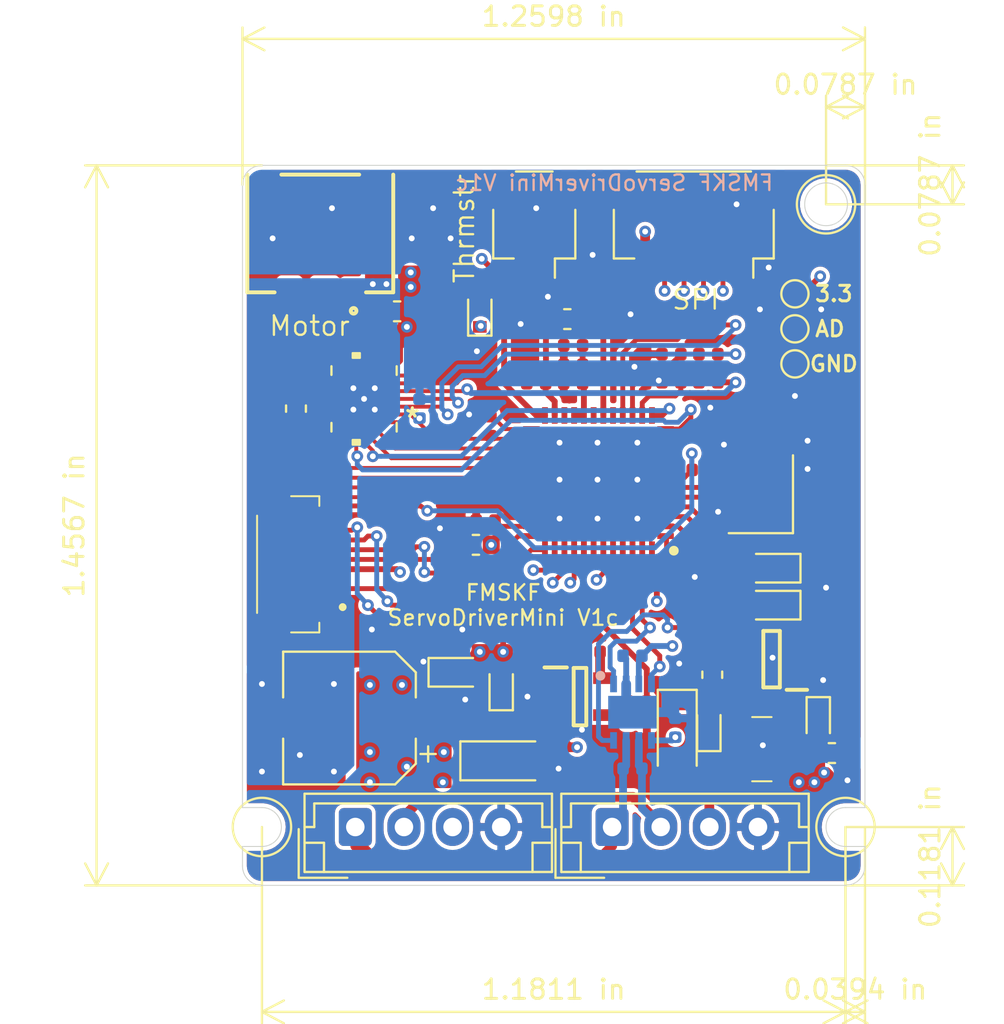
<source format=kicad_pcb>
(kicad_pcb (version 20171130) (host pcbnew "(5.1.5)-3")
  (layers (0 F.Cu signal) (1 In1.Cu signal) (2 In2.Cu signal) (31 B.Cu signal) (34 B.Paste user hide) (35 F.Paste user hide) (36 B.SilkS user) (37 F.SilkS user) (38 B.Mask user hide) (39 F.Mask user hide) (44 Edge.Cuts user))
  (net 0 "")
  (net 1 GND)
  (net 2 +3V3)
  (net 3 /NRST)
  (net 4 "Net-(C6-Pad1)")
  (net 5 "Net-(C13-Pad1)")
  (net 6 +5V)
  (net 7 /CurrentSensA)
  (net 8 /CurrentSensB)
  (net 9 /CurrentSensC)
  (net 10 +12V)
  (net 11 "Net-(C23-Pad2)")
  (net 12 "Net-(C25-Pad2)")
  (net 13 "Net-(D1-Pad1)")
  (net 14 /Vm_Sens)
  (net 15 "Net-(D6-Pad1)")
  (net 16 /LED1)
  (net 17 /LED2)
  (net 18 "Net-(D7-Pad1)")
  (net 19 "Net-(D8-Pad1)")
  (net 20 "Net-(IC1-Pad4)")
  (net 21 "Net-(IC1-Pad5)")
  (net 22 "Net-(IC2-Pad4)")
  (net 23 "Net-(IC2-Pad3)")
  (net 24 /CAN1_TX)
  (net 25 /CAN1_RX)
  (net 26 /CAN_L)
  (net 27 /CAN_H)
  (net 28 /CAN1_EN)
  (net 29 /SWCLK)
  (net 30 /SWDIO)
  (net 31 "Net-(J1-PadMP1)")
  (net 32 "Net-(J1-PadMP2)")
  (net 33 /SPI3_CS)
  (net 34 /SPI3_SCK)
  (net 35 /SPI3_MISO)
  (net 36 /SPI3_MOSI)
  (net 37 /Potentio_Sens)
  (net 38 /Temp_Sens)
  (net 39 /M_OUTA)
  (net 40 /M_OUTB)
  (net 41 /M_OUTC)
  (net 42 /SOA)
  (net 43 /SOB)
  (net 44 /SOC)
  (net 45 /nFAULT)
  (net 46 "Net-(R17-Pad2)")
  (net 47 /DAC_O1_GAIN)
  (net 48 /DAC_O2_SLEW)
  (net 49 /GPIO_MODE)
  (net 50 /nSLEEP)
  (net 51 /TIM1_CH1N)
  (net 52 /TIM1_CH1)
  (net 53 /TIM1_CH2)
  (net 54 /TIM1_CH3)
  (net 55 /SWO)
  (net 56 "Net-(C26-Pad2)")
  (net 57 "Net-(C27-Pad1)")
  (net 58 "Net-(Y1-Pad2)")
  (net 59 "Net-(Y1-Pad4)")
  (net 60 "Net-(J1-Pad2)")
  (net 61 "Net-(C6-Pad2)")
  (net 62 "Net-(C15-Pad2)")
  (net 63 "Net-(IC4-Pad8)")
  (net 64 "Net-(IC4-Pad9)")
  (net 65 "Net-(IC4-Pad10)")
  (net 66 "Net-(IC4-Pad17)")
  (net 67 "Net-(IC4-Pad19)")
  (net 68 "Net-(IC4-Pad22)")
  (net 69 "Net-(IC4-Pad33)")
  (net 70 "Net-(IC4-Pad34)")
  (net 71 "Net-(IC4-Pad42)")
  (net 72 /USART1_TX)
  (net 73 /USART1_RX)
  (module Capacitor_SMD:C_0402_1005Metric (layer F.Cu) (at 130.8 90.6 180)
    (fp_text reference C6 hide)
    (fp_text value 0.01u)
    (pad 2 smd roundrect (at 0.485 0 180) (size 0.59 0.64) (layers F.Cu F.Paste F.Mask) (net 61 "Net-(C6-Pad2)"))
    (pad 1 smd roundrect (at -0.485 0 180) (size 0.59 0.64) (layers F.Cu F.Paste F.Mask) (net 4 "Net-(C6-Pad1)"))
  )
  (module SamacSys_Parts:DF65-3P-1.7V_21_ (layer F.Cu) (at 107 66.5 180)
    (fp_text reference J7 hide)
    (fp_text value DF65-3P-1.7V_21_ hide)
    (pad 5 smd rect (at 3.075 2.025 180) (size 0.7 1.8) (layers F.Cu F.Paste F.Mask))
    (pad 4 smd rect (at -3.075 2.025 180) (size 0.7 1.8) (layers F.Cu F.Paste F.Mask))
    (pad 3 smd rect (at 1.7 -3.025 180) (size 0.6 1) (layers F.Cu F.Paste F.Mask) (net 41 /M_OUTC))
    (pad 2 smd rect (at 0 -3.025 180) (size 0.6 1) (layers F.Cu F.Paste F.Mask) (net 40 /M_OUTB))
    (pad 1 smd rect (at -1.7 -3.025 180) (size 0.6 1) (layers F.Cu F.Paste F.Mask) (net 39 /M_OUTA))
  )
  (module Capacitor_SMD:C_0402_1005Metric (layer F.Cu) (at 126.25 83.7 270)
    (fp_text reference C1 hide)
    (fp_text value 0.1u)
    (pad 2 smd roundrect (at 0.485 0 270) (size 0.59 0.64) (layers F.Cu F.Paste F.Mask) (net 1 GND))
    (pad 1 smd roundrect (at -0.485 0 270) (size 0.59 0.64) (layers F.Cu F.Paste F.Mask) (net 2 +3V3))
  )
  (module Capacitor_SMD:C_0402_1005Metric (layer F.Cu) (at 126.6 78.65)
    (fp_text reference C3 hide)
    (fp_text value 0.1u)
    (pad 2 smd roundrect (at 0.485 0) (size 0.59 0.64) (layers F.Cu F.Paste F.Mask) (net 1 GND))
    (pad 1 smd roundrect (at -0.485 0) (size 0.59 0.64) (layers F.Cu F.Paste F.Mask) (net 3 /NRST))
  )
  (module Capacitor_SMD:C_0402_1005Metric (layer F.Cu) (at 120 74.2 180)
    (fp_text reference C4 hide)
    (fp_text value 0.1u)
    (pad 2 smd roundrect (at 0.485 0 180) (size 0.59 0.64) (layers F.Cu F.Paste F.Mask) (net 1 GND))
    (pad 1 smd roundrect (at -0.485 0 180) (size 0.59 0.64) (layers F.Cu F.Paste F.Mask) (net 5 "Net-(C13-Pad1)"))
  )
  (module Capacitor_SMD:C_0402_1005Metric (layer F.Cu) (at 118.1 74.2)
    (fp_text reference C7 hide)
    (fp_text value 0.1u)
    (pad 2 smd roundrect (at 0.485 0) (size 0.59 0.64) (layers F.Cu F.Paste F.Mask) (net 2 +3V3))
    (pad 1 smd roundrect (at -0.485 0) (size 0.59 0.64) (layers F.Cu F.Paste F.Mask) (net 1 GND))
  )
  (module Capacitor_SMD:C_0402_1005Metric (layer F.Cu) (at 117.65 90.8 90)
    (fp_text reference C8 hide)
    (fp_text value 0.1u)
    (pad 2 smd roundrect (at 0.485 0 90) (size 0.59 0.64) (layers F.Cu F.Paste F.Mask) (net 1 GND))
    (pad 1 smd roundrect (at -0.485 0 90) (size 0.59 0.64) (layers F.Cu F.Paste F.Mask) (net 6 +5V))
  )
  (module Capacitor_SMD:C_0402_1005Metric (layer F.Cu) (at 117.65 88.8 90)
    (fp_text reference C9 hide)
    (fp_text value 1u)
    (pad 2 smd roundrect (at 0.485 0 90) (size 0.59 0.64) (layers F.Cu F.Paste F.Mask) (net 1 GND))
    (pad 1 smd roundrect (at -0.485 0 90) (size 0.59 0.64) (layers F.Cu F.Paste F.Mask) (net 2 +3V3))
  )
  (module Capacitor_SMD:C_0402_1005Metric (layer F.Cu) (at 115.5 81.25 180)
    (fp_text reference C10 hide)
    (fp_text value 0.1u)
    (pad 2 smd roundrect (at 0.485 0 180) (size 0.59 0.64) (layers F.Cu F.Paste F.Mask) (net 1 GND))
    (pad 1 smd roundrect (at -0.485 0 180) (size 0.59 0.64) (layers F.Cu F.Paste F.Mask) (net 2 +3V3))
  )
  (module Capacitor_SMD:C_0603_1608Metric (layer F.Cu) (at 115 82.5 180)
    (fp_text reference C12 hide)
    (fp_text value 4.7u)
    (pad 2 smd roundrect (at 0.7875 0 180) (size 0.875 0.95) (layers F.Cu F.Paste F.Mask) (net 1 GND))
    (pad 1 smd roundrect (at -0.7875 0 180) (size 0.875 0.95) (layers F.Cu F.Paste F.Mask) (net 2 +3V3))
  )
  (module Capacitor_SMD:C_0402_1005Metric (layer F.Cu) (at 120 72.25 180)
    (fp_text reference C13 hide)
    (fp_text value 0.01u)
    (pad 2 smd roundrect (at 0.485 0 180) (size 0.59 0.64) (layers F.Cu F.Paste F.Mask) (net 1 GND))
    (pad 1 smd roundrect (at -0.485 0 180) (size 0.59 0.64) (layers F.Cu F.Paste F.Mask) (net 5 "Net-(C13-Pad1)"))
  )
  (module Capacitor_SMD:C_0402_1005Metric (layer F.Cu) (at 120 73.25 180)
    (fp_text reference C14 hide)
    (fp_text value 1u)
    (pad 2 smd roundrect (at 0.485 0 180) (size 0.59 0.64) (layers F.Cu F.Paste F.Mask) (net 1 GND))
    (pad 1 smd roundrect (at -0.485 0 180) (size 0.59 0.64) (layers F.Cu F.Paste F.Mask) (net 5 "Net-(C13-Pad1)"))
  )
  (module Capacitor_SMD:C_0402_1005Metric (layer B.Cu) (at 123.05 88.2 180)
    (fp_text reference C16 hide)
    (fp_text value 0.1u)
    (pad 2 smd roundrect (at 0.485 0 180) (size 0.59 0.64) (layers B.Cu B.Paste B.Mask) (net 1 GND))
    (pad 1 smd roundrect (at -0.485 0 180) (size 0.59 0.64) (layers B.Cu B.Paste B.Mask) (net 6 +5V))
  )
  (module Capacitor_SMD:C_0402_1005Metric (layer F.Cu) (at 125.05 74.15 180)
    (fp_text reference C17 hide)
    (fp_text value 220pF)
    (pad 2 smd roundrect (at 0.485 0 180) (size 0.59 0.64) (layers F.Cu F.Paste F.Mask) (net 1 GND))
    (pad 1 smd roundrect (at -0.485 0 180) (size 0.59 0.64) (layers F.Cu F.Paste F.Mask) (net 7 /CurrentSensA))
  )
  (module Capacitor_SMD:C_0402_1005Metric (layer F.Cu) (at 125.05 72.7 180)
    (fp_text reference C18 hide)
    (fp_text value 220pF)
    (pad 2 smd roundrect (at 0.485 0 180) (size 0.59 0.64) (layers F.Cu F.Paste F.Mask) (net 1 GND))
    (pad 1 smd roundrect (at -0.485 0 180) (size 0.59 0.64) (layers F.Cu F.Paste F.Mask) (net 8 /CurrentSensB))
  )
  (module Capacitor_SMD:C_0402_1005Metric (layer F.Cu) (at 125.065 71.2 180)
    (fp_text reference C19 hide)
    (fp_text value 220pF)
    (pad 2 smd roundrect (at 0.485 0 180) (size 0.59 0.64) (layers F.Cu F.Paste F.Mask) (net 1 GND))
    (pad 1 smd roundrect (at -0.485 0 180) (size 0.59 0.64) (layers F.Cu F.Paste F.Mask) (net 9 /CurrentSensC))
  )
  (module Capacitor_SMD:C_0402_1005Metric (layer B.Cu) (at 125.25 91.9 90)
    (fp_text reference C20 hide)
    (fp_text value 0.1u)
    (pad 2 smd roundrect (at 0.485 0 90) (size 0.59 0.64) (layers B.Cu B.Paste B.Mask) (net 1 GND))
    (pad 1 smd roundrect (at -0.485 0 90) (size 0.59 0.64) (layers B.Cu B.Paste B.Mask) (net 2 +3V3))
  )
  (module Capacitor_SMD:C_0402_1005Metric (layer B.Cu) (at 112.1 75.5 90)
    (fp_text reference C21 hide)
    (fp_text value 0.1u)
    (pad 2 smd roundrect (at 0.485 0 90) (size 0.59 0.64) (layers B.Cu B.Paste B.Mask) (net 1 GND))
    (pad 1 smd roundrect (at -0.485 0 90) (size 0.59 0.64) (layers B.Cu B.Paste B.Mask) (net 2 +3V3))
  )
  (module Capacitor_SMD:C_0603_1608Metric (layer F.Cu) (at 110.95 70.5 180)
    (fp_text reference C22 hide)
    (fp_text value 10u)
    (pad 2 smd roundrect (at 0.7875 0 180) (size 0.875 0.95) (layers F.Cu F.Paste F.Mask) (net 1 GND))
    (pad 1 smd roundrect (at -0.7875 0 180) (size 0.875 0.95) (layers F.Cu F.Paste F.Mask) (net 10 +12V))
  )
  (module Capacitor_SMD:C_0402_1005Metric (layer F.Cu) (at 112.85 72.3 270)
    (fp_text reference C23 hide)
    (fp_text value 1u)
    (pad 2 smd roundrect (at 0.485 0 270) (size 0.59 0.64) (layers F.Cu F.Paste F.Mask) (net 11 "Net-(C23-Pad2)"))
    (pad 1 smd roundrect (at -0.485 0 270) (size 0.59 0.64) (layers F.Cu F.Paste F.Mask) (net 10 +12V))
  )
  (module Capacitor_SMD:C_0402_1005Metric (layer F.Cu) (at 110.5 71.8 180)
    (fp_text reference C24 hide)
    (fp_text value 0.1u)
    (pad 2 smd roundrect (at 0.485 0 180) (size 0.59 0.64) (layers F.Cu F.Paste F.Mask) (net 1 GND))
    (pad 1 smd roundrect (at -0.485 0 180) (size 0.59 0.64) (layers F.Cu F.Paste F.Mask) (net 10 +12V))
  )
  (module Capacitor_SMD:C_0603_1608Metric (layer F.Cu) (at 105.75 75.5 270)
    (fp_text reference C25 hide)
    (fp_text value 4.7u)
    (pad 2 smd roundrect (at 0.7875 0 270) (size 0.875 0.95) (layers F.Cu F.Paste F.Mask) (net 12 "Net-(C25-Pad2)"))
    (pad 1 smd roundrect (at -0.7875 0 270) (size 0.875 0.95) (layers F.Cu F.Paste F.Mask) (net 1 GND))
  )
  (module Diode_SMD:D_SOD-123F (layer F.Cu) (at 116.4 93.6)
    (fp_text reference D1 hide)
    (fp_text value D_Schottky)
    (pad 2 smd rect (at 1.4 0) (size 1.1 1.1) (layers F.Cu F.Paste F.Mask) (net 1 GND))
    (pad 1 smd rect (at -1.4 0) (size 1.1 1.1) (layers F.Cu F.Paste F.Mask) (net 13 "Net-(D1-Pad1)"))
  )
  (module Diode_SMD:D_SOD-523 (layer F.Cu) (at 116.3 89.85 90)
    (fp_text reference D3 hide)
    (fp_text value D_Schottky)
    (pad 1 smd rect (at -0.7 0 270) (size 0.6 0.7) (layers F.Cu F.Paste F.Mask) (net 6 +5V))
    (pad 2 smd rect (at 0.7 0 270) (size 0.6 0.7) (layers F.Cu F.Paste F.Mask) (net 2 +3V3))
  )
  (module Diode_SMD:D_SOD-523 (layer F.Cu) (at 115.2 70.6 90)
    (fp_text reference D5 hide)
    (fp_text value BAT30KFILM)
    (pad 1 smd rect (at -0.7 0 270) (size 0.6 0.7) (layers F.Cu F.Paste F.Mask) (net 2 +3V3))
    (pad 2 smd rect (at 0.7 0 270) (size 0.6 0.7) (layers F.Cu F.Paste F.Mask) (net 14 /Vm_Sens))
  )
  (module LED_SMD:LED_0603_1608Metric (layer F.Cu) (at 130.2 85.6 180)
    (fp_text reference D6 hide)
    (fp_text value LED)
    (pad 2 smd roundrect (at 0.7875 0 180) (size 0.875 0.95) (layers F.Cu F.Paste F.Mask) (net 16 /LED1))
    (pad 1 smd roundrect (at -0.7875 0 180) (size 0.875 0.95) (layers F.Cu F.Paste F.Mask) (net 15 "Net-(D6-Pad1)"))
  )
  (module LED_SMD:LED_0603_1608Metric (layer F.Cu) (at 130.2 83.7 180)
    (fp_text reference D7 hide)
    (fp_text value LED)
    (pad 2 smd roundrect (at 0.7875 0 180) (size 0.875 0.95) (layers F.Cu F.Paste F.Mask) (net 17 /LED2))
    (pad 1 smd roundrect (at -0.7875 0 180) (size 0.875 0.95) (layers F.Cu F.Paste F.Mask) (net 18 "Net-(D7-Pad1)"))
  )
  (module LED_SMD:LED_0603_1608Metric (layer F.Cu) (at 114.05 89.05)
    (fp_text reference D8 hide)
    (fp_text value LED)
    (pad 2 smd roundrect (at 0.7875 0) (size 0.875 0.95) (layers F.Cu F.Paste F.Mask) (net 2 +3V3))
    (pad 1 smd roundrect (at -0.7875 0) (size 0.875 0.95) (layers F.Cu F.Paste F.Mask) (net 19 "Net-(D8-Pad1)"))
  )
  (module SamacSys_Parts:SOT95P280X145-5N (layer F.Cu) (at 120.35 90.3)
    (fp_text reference IC1 hide)
    (fp_text value ST730MR hide)
    (pad 5 smd rect (at 1.25 -0.95 90) (size 0.6 1.15) (layers F.Cu F.Paste F.Mask) (net 21 "Net-(IC1-Pad5)"))
    (pad 4 smd rect (at 1.25 0.95 90) (size 0.6 1.15) (layers F.Cu F.Paste F.Mask) (net 20 "Net-(IC1-Pad4)"))
    (pad 3 smd rect (at -1.25 0.95 90) (size 0.6 1.15) (layers F.Cu F.Paste F.Mask) (net 6 +5V))
    (pad 2 smd rect (at -1.25 0 90) (size 0.6 1.15) (layers F.Cu F.Paste F.Mask) (net 1 GND))
    (pad 1 smd rect (at -1.25 -0.95 90) (size 0.6 1.15) (layers F.Cu F.Paste F.Mask) (net 2 +3V3))
  )
  (module SamacSys_Parts:SON65P300X300X110-9N (layer B.Cu) (at 123.05 91.1 270)
    (fp_text reference IC3 hide)
    (fp_text value TLT9251VLEXUMA1 hide)
    (pad 9 smd rect (at 0 0 270) (size 1.68 2.5) (layers B.Cu B.Paste B.Mask) (net 1 GND))
    (pad 8 smd rect (at 1.45 0.975 180) (size 0.35 0.85) (layers B.Cu B.Paste B.Mask) (net 28 /CAN1_EN))
    (pad 7 smd rect (at 1.45 0.325 180) (size 0.35 0.85) (layers B.Cu B.Paste B.Mask) (net 27 /CAN_H))
    (pad 6 smd rect (at 1.45 -0.325 180) (size 0.35 0.85) (layers B.Cu B.Paste B.Mask) (net 26 /CAN_L))
    (pad 5 smd rect (at 1.45 -0.975 180) (size 0.35 0.85) (layers B.Cu B.Paste B.Mask) (net 2 +3V3))
    (pad 4 smd rect (at -1.45 -0.975 180) (size 0.35 0.85) (layers B.Cu B.Paste B.Mask) (net 25 /CAN1_RX))
    (pad 3 smd rect (at -1.45 -0.325 180) (size 0.35 0.85) (layers B.Cu B.Paste B.Mask) (net 6 +5V))
    (pad 2 smd rect (at -1.45 0.325 180) (size 0.35 0.85) (layers B.Cu B.Paste B.Mask) (net 1 GND))
    (pad 1 smd rect (at -1.45 0.975 180) (size 0.35 0.85) (layers B.Cu B.Paste B.Mask) (net 24 /CAN1_TX))
  )
  (module SamacSys_Parts:123287020 (layer F.Cu) (at 106 83.5 270)
    (fp_text reference J1 hide)
    (fp_text value 1-2328702-0 hide)
    (pad MP2 smd rect (at -3.25 1.6 270) (size 0.4 0.8) (layers F.Cu F.Paste F.Mask) (net 32 "Net-(J1-PadMP2)"))
    (pad MP1 smd rect (at 3.25 1.6 270) (size 0.4 0.8) (layers F.Cu F.Paste F.Mask) (net 31 "Net-(J1-PadMP1)"))
    (pad 10 smd rect (at -2.25 -0.9 270) (size 0.3 0.8) (layers F.Cu F.Paste F.Mask) (net 1 GND))
    (pad 9 smd rect (at -1.75 -0.9 270) (size 0.3 0.8) (layers F.Cu F.Paste F.Mask) (net 73 /USART1_RX))
    (pad 8 smd rect (at -1.25 -0.9 270) (size 0.3 0.8) (layers F.Cu F.Paste F.Mask) (net 72 /USART1_TX))
    (pad 7 smd rect (at -0.75 -0.9 270) (size 0.3 0.8) (layers F.Cu F.Paste F.Mask) (net 29 /SWCLK))
    (pad 6 smd rect (at -0.25 -0.9 270) (size 0.3 0.8) (layers F.Cu F.Paste F.Mask) (net 30 /SWDIO))
    (pad 5 smd rect (at 0.25 -0.9 270) (size 0.3 0.8) (layers F.Cu F.Paste F.Mask) (net 2 +3V3))
    (pad 4 smd rect (at 0.75 -0.9 270) (size 0.3 0.8) (layers F.Cu F.Paste F.Mask) (net 3 /NRST))
    (pad 3 smd rect (at 1.25 -0.9 270) (size 0.3 0.8) (layers F.Cu F.Paste F.Mask) (net 55 /SWO))
    (pad 2 smd rect (at 1.75 -0.9 270) (size 0.3 0.8) (layers F.Cu F.Paste F.Mask) (net 60 "Net-(J1-Pad2)"))
    (pad 1 smd rect (at 2.25 -0.9 270) (size 0.3 0.8) (layers F.Cu F.Paste F.Mask) (net 1 GND))
  )
  (module Connector_JST:JST_SH_SM06B-SRSS-TB_1x06-1MP_P1.00mm_Horizontal (layer F.Cu) (at 126.2 66 180)
    (fp_text reference J4 hide)
    (fp_text value Conn_01x06)
    (pad MP smd roundrect (at 3.8 1.875 180) (size 1.2 1.8) (layers F.Cu F.Paste F.Mask) (roundrect_rratio 0.208333))
    (pad MP smd roundrect (at -3.8 1.875 180) (size 1.2 1.8) (layers F.Cu F.Paste F.Mask) (roundrect_rratio 0.208333))
    (pad 6 smd roundrect (at 2.5 -2 180) (size 0.6 1.55) (layers F.Cu F.Paste F.Mask) (net 2 +3V3))
    (pad 5 smd roundrect (at 1.5 -2 180) (size 0.6 1.55) (layers F.Cu F.Paste F.Mask) (net 36 /SPI3_MOSI))
    (pad 4 smd roundrect (at 0.5 -2 180) (size 0.6 1.55) (layers F.Cu F.Paste F.Mask) (net 35 /SPI3_MISO))
    (pad 3 smd roundrect (at -0.5 -2 180) (size 0.6 1.55) (layers F.Cu F.Paste F.Mask) (net 34 /SPI3_SCK))
    (pad 2 smd roundrect (at -1.5 -2 180) (size 0.6 1.55) (layers F.Cu F.Paste F.Mask) (net 33 /SPI3_CS))
    (pad 1 smd roundrect (at -2.5 -2 180) (size 0.6 1.55) (layers F.Cu F.Paste F.Mask) (net 1 GND))
  )
  (module Connector_JST:JST_SH_SM02B-SRSS-TB_1x02-1MP_P1.00mm_Horizontal (layer F.Cu) (at 118 66 180)
    (fp_text reference J6 hide)
    (fp_text value Conn_01x02)
    (pad MP smd roundrect (at 1.8 1.875 180) (size 1.2 1.8) (layers F.Cu F.Paste F.Mask) (roundrect_rratio 0.208333))
    (pad MP smd roundrect (at -1.8 1.875 180) (size 1.2 1.8) (layers F.Cu F.Paste F.Mask) (roundrect_rratio 0.208333))
    (pad 2 smd roundrect (at 0.5 -2 180) (size 0.6 1.55) (layers F.Cu F.Paste F.Mask) (net 1 GND))
    (pad 1 smd roundrect (at -0.5 -2 180) (size 0.6 1.55) (layers F.Cu F.Paste F.Mask) (net 38 /Temp_Sens))
  )
  (module Inductor_SMD:L_0603_1608Metric (layer F.Cu) (at 119.7 70.9 180)
    (fp_text reference L1 hide)
    (fp_text value L)
    (pad 2 smd roundrect (at 0.7875 0 180) (size 0.875 0.95) (layers F.Cu F.Paste F.Mask) (net 2 +3V3))
    (pad 1 smd roundrect (at -0.7875 0 180) (size 0.875 0.95) (layers F.Cu F.Paste F.Mask) (net 5 "Net-(C13-Pad1)"))
  )
  (module Resistor_SMD:R_0402_1005Metric (layer F.Cu) (at 114.9 91.75 180)
    (fp_text reference R1 hide)
    (fp_text value 100)
    (pad 2 smd roundrect (at 0.485 0 180) (size 0.59 0.64) (layers F.Cu F.Paste F.Mask) (net 10 +12V))
    (pad 1 smd roundrect (at -0.485 0 180) (size 0.59 0.64) (layers F.Cu F.Paste F.Mask) (net 13 "Net-(D1-Pad1)"))
  )
  (module Resistor_SMD:R_0402_1005Metric (layer F.Cu) (at 127.2 87.225 180)
    (fp_text reference R3 hide)
    (fp_text value 10k)
    (pad 2 smd roundrect (at 0.485 0 180) (size 0.59 0.64) (layers F.Cu F.Paste F.Mask) (net 62 "Net-(C15-Pad2)"))
    (pad 1 smd roundrect (at -0.485 0 180) (size 0.59 0.64) (layers F.Cu F.Paste F.Mask) (net 22 "Net-(IC2-Pad4)"))
  )
  (module Resistor_SMD:R_0402_1005Metric (layer F.Cu) (at 120.9 88)
    (fp_text reference R4 hide)
    (fp_text value 10k)
    (pad 2 smd roundrect (at 0.485 0) (size 0.59 0.64) (layers F.Cu F.Paste F.Mask) (net 21 "Net-(IC1-Pad5)"))
    (pad 1 smd roundrect (at -0.485 0) (size 0.59 0.64) (layers F.Cu F.Paste F.Mask) (net 6 +5V))
  )
  (module Resistor_SMD:R_0402_1005Metric (layer F.Cu) (at 123.3 90.55)
    (fp_text reference R5 hide)
    (fp_text value 47k)
    (pad 2 smd roundrect (at 0.485 0) (size 0.59 0.64) (layers F.Cu F.Paste F.Mask) (net 2 +3V3))
    (pad 1 smd roundrect (at -0.485 0) (size 0.59 0.64) (layers F.Cu F.Paste F.Mask) (net 20 "Net-(IC1-Pad4)"))
  )
  (module Resistor_SMD:R_0402_1005Metric (layer F.Cu) (at 123.3 91.6 180)
    (fp_text reference R6 hide)
    (fp_text value 27k)
    (pad 2 smd roundrect (at 0.485 0 180) (size 0.59 0.64) (layers F.Cu F.Paste F.Mask) (net 20 "Net-(IC1-Pad4)"))
    (pad 1 smd roundrect (at -0.485 0 180) (size 0.59 0.64) (layers F.Cu F.Paste F.Mask) (net 1 GND))
  )
  (module Resistor_SMD:R_0402_1005Metric (layer F.Cu) (at 113 70.3 270)
    (fp_text reference R7 hide)
    (fp_text value 470k)
    (pad 2 smd roundrect (at 0.485 0 270) (size 0.59 0.64) (layers F.Cu F.Paste F.Mask) (net 10 +12V))
    (pad 1 smd roundrect (at -0.485 0 270) (size 0.59 0.64) (layers F.Cu F.Paste F.Mask) (net 14 /Vm_Sens))
  )
  (module Resistor_SMD:R_0402_1005Metric (layer F.Cu) (at 114 70.315 90)
    (fp_text reference R8 hide)
    (fp_text value 33k)
    (pad 2 smd roundrect (at 0.485 0 90) (size 0.59 0.64) (layers F.Cu F.Paste F.Mask) (net 14 /Vm_Sens))
    (pad 1 smd roundrect (at -0.485 0 90) (size 0.59 0.64) (layers F.Cu F.Paste F.Mask) (net 1 GND))
  )
  (module Resistor_SMD:R_0402_1005Metric (layer F.Cu) (at 126.95 74.15)
    (fp_text reference R9 hide)
    (fp_text value 510)
    (pad 2 smd roundrect (at 0.485 0) (size 0.59 0.64) (layers F.Cu F.Paste F.Mask) (net 42 /SOA))
    (pad 1 smd roundrect (at -0.485 0) (size 0.59 0.64) (layers F.Cu F.Paste F.Mask) (net 7 /CurrentSensA))
  )
  (module Resistor_SMD:R_0402_1005Metric (layer F.Cu) (at 126.95 72.7)
    (fp_text reference R10 hide)
    (fp_text value 510)
    (pad 2 smd roundrect (at 0.485 0) (size 0.59 0.64) (layers F.Cu F.Paste F.Mask) (net 43 /SOB))
    (pad 1 smd roundrect (at -0.485 0) (size 0.59 0.64) (layers F.Cu F.Paste F.Mask) (net 8 /CurrentSensB))
  )
  (module Resistor_SMD:R_0402_1005Metric (layer F.Cu) (at 126.965 71.2)
    (fp_text reference R11 hide)
    (fp_text value 510)
    (pad 2 smd roundrect (at 0.485 0) (size 0.59 0.64) (layers F.Cu F.Paste F.Mask) (net 44 /SOC))
    (pad 1 smd roundrect (at -0.485 0) (size 0.59 0.64) (layers F.Cu F.Paste F.Mask) (net 9 /CurrentSensC))
  )
  (module Resistor_SMD:R_0402_1005Metric (layer F.Cu) (at 133 85.6 180)
    (fp_text reference R12 hide)
    (fp_text value 330)
    (pad 2 smd roundrect (at 0.485 0 180) (size 0.59 0.64) (layers F.Cu F.Paste F.Mask) (net 15 "Net-(D6-Pad1)"))
    (pad 1 smd roundrect (at -0.485 0 180) (size 0.59 0.64) (layers F.Cu F.Paste F.Mask) (net 1 GND))
  )
  (module Resistor_SMD:R_0402_1005Metric (layer F.Cu) (at 133 83.7 180)
    (fp_text reference R13 hide)
    (fp_text value 330)
    (pad 2 smd roundrect (at 0.485 0 180) (size 0.59 0.64) (layers F.Cu F.Paste F.Mask) (net 18 "Net-(D7-Pad1)"))
    (pad 1 smd roundrect (at -0.485 0 180) (size 0.59 0.64) (layers F.Cu F.Paste F.Mask) (net 1 GND))
  )
  (module Resistor_SMD:R_0402_1005Metric (layer F.Cu) (at 113.8 87.65 180)
    (fp_text reference R14 hide)
    (fp_text value 330)
    (pad 2 smd roundrect (at 0.485 0 180) (size 0.59 0.64) (layers F.Cu F.Paste F.Mask) (net 19 "Net-(D8-Pad1)"))
    (pad 1 smd roundrect (at -0.485 0 180) (size 0.59 0.64) (layers F.Cu F.Paste F.Mask) (net 1 GND))
  )
  (module Resistor_SMD:R_0402_1005Metric (layer B.Cu) (at 123.05 94 180)
    (fp_text reference R15 hide)
    (fp_text value 60)
    (pad 2 smd roundrect (at 0.485 0 180) (size 0.59 0.64) (layers B.Cu B.Paste B.Mask) (net 27 /CAN_H))
    (pad 1 smd roundrect (at -0.485 0 180) (size 0.59 0.64) (layers B.Cu B.Paste B.Mask) (net 26 /CAN_L))
  )
  (module Resistor_SMD:R_0402_1005Metric (layer F.Cu) (at 115.75 76.4 270)
    (fp_text reference R16 hide)
    (fp_text value 10k)
    (pad 2 smd roundrect (at 0.485 0 270) (size 0.59 0.64) (layers F.Cu F.Paste F.Mask) (net 45 /nFAULT))
    (pad 1 smd roundrect (at -0.485 0 270) (size 0.59 0.64) (layers F.Cu F.Paste F.Mask) (net 2 +3V3))
  )
  (module Resistor_SMD:R_0402_1005Metric (layer F.Cu) (at 111.85 72.3 270)
    (fp_text reference R17 hide)
    (fp_text value 0)
    (pad 2 smd roundrect (at 0.485 0 270) (size 0.59 0.64) (layers F.Cu F.Paste F.Mask) (net 46 "Net-(R17-Pad2)"))
    (pad 1 smd roundrect (at -0.485 0 270) (size 0.59 0.64) (layers F.Cu F.Paste F.Mask) (net 10 +12V))
  )
  (module Resistor_SMD:R_0402_1005Metric (layer F.Cu) (at 120.715 69)
    (fp_text reference R18 hide)
    (fp_text value 10k)
    (pad 2 smd roundrect (at 0.485 0) (size 0.59 0.64) (layers F.Cu F.Paste F.Mask) (net 2 +3V3))
    (pad 1 smd roundrect (at -0.485 0) (size 0.59 0.64) (layers F.Cu F.Paste F.Mask) (net 38 /Temp_Sens))
  )
  (module SamacSys_Parts:PDRV8311HRRWR (layer F.Cu) (at 109.25 75 180)
    (fp_text reference U2 hide)
    (fp_text value PDRV8311HRRWR)
    (fp_text user * (at -2.484399 -1.000125) (layer F.SilkS))
    (fp_text user * (at -2.484399 -1.000125) (layer F.SilkS))
    (pad 1 smd rect (at -1.5089 -1.2 270) (size 0.204 0.680999) (layers F.Cu F.Paste F.Mask) (net 45 /nFAULT))
    (pad 2 smd rect (at -1.5089 -0.8 270) (size 0.204 0.680999) (layers F.Cu F.Paste F.Mask) (net 2 +3V3))
    (pad 3 smd rect (at -1.5089 -0.4 270) (size 0.204 0.680999) (layers F.Cu F.Paste F.Mask) (net 44 /SOC))
    (pad 4 smd rect (at -1.5089 0 270) (size 0.204 0.680999) (layers F.Cu F.Paste F.Mask) (net 43 /SOB))
    (pad 5 smd rect (at -1.5089 0.4 270) (size 0.204 0.680999) (layers F.Cu F.Paste F.Mask) (net 42 /SOA))
    (pad 6 smd rect (at -1.5089 0.8 90) (size 0.204 0.680999) (layers F.Cu F.Paste F.Mask) (net 11 "Net-(C23-Pad2)"))
    (pad 7 smd rect (at -1.5089 1.2 90) (size 0.204 0.680999) (layers F.Cu F.Paste F.Mask) (net 46 "Net-(R17-Pad2)"))
    (pad 8 smd rect (at -0.8 1.5089 180) (size 0.2 0.680999) (layers F.Cu F.Paste F.Mask) (net 10 +12V))
    (pad 9 smd rect (at -0.4 1.5089 180) (size 0.204 0.680999) (layers F.Cu F.Paste F.Mask) (net 1 GND))
    (pad 10 smd rect (at 0 1.5089 180) (size 0.204 0.680999) (layers F.Cu F.Paste F.Mask) (net 39 /M_OUTA))
    (pad 11 smd rect (at 0.4 1.5089 180) (size 0.204 0.680999) (layers F.Cu F.Paste F.Mask) (net 40 /M_OUTB))
    (pad 12 smd rect (at 0.8 1.5089 180) (size 0.204 0.680999) (layers F.Cu F.Paste F.Mask) (net 41 /M_OUTC))
    (pad 13 smd rect (at 1.5089 1.2 270) (size 0.204 0.680999) (layers F.Cu F.Paste F.Mask) (net 54 /TIM1_CH3))
    (pad 14 smd rect (at 1.5089 0.8 270) (size 0.204 0.680999) (layers F.Cu F.Paste F.Mask) (net 53 /TIM1_CH2))
    (pad 15 smd rect (at 1.5089 0.4 270) (size 0.204 0.680999) (layers F.Cu F.Paste F.Mask) (net 52 /TIM1_CH1))
    (pad 16 smd rect (at 1.5089 0 270) (size 0.204 0.680999) (layers F.Cu F.Paste F.Mask) (net 1 GND))
    (pad 17 smd rect (at 1.5089 -0.4 270) (size 0.204 0.680999) (layers F.Cu F.Paste F.Mask) (net 12 "Net-(C25-Pad2)"))
    (pad 18 smd rect (at 1.5089 -0.8 90) (size 0.204 0.680999) (layers F.Cu F.Paste F.Mask) (net 51 /TIM1_CH1N))
    (pad 19 smd rect (at 1.5089 -1.2 90) (size 0.204 0.680999) (layers F.Cu F.Paste F.Mask) (net 51 /TIM1_CH1N))
    (pad 20 smd rect (at 0.8 -1.5089 180) (size 0.204 0.680999) (layers F.Cu F.Paste F.Mask) (net 51 /TIM1_CH1N))
    (pad 21 smd rect (at 0.4 -1.5089 180) (size 0.204 0.680999) (layers F.Cu F.Paste F.Mask) (net 47 /DAC_O1_GAIN))
    (pad 22 smd rect (at 0 -1.5089 180) (size 0.204 0.680999) (layers F.Cu F.Paste F.Mask) (net 48 /DAC_O2_SLEW))
    (pad 23 smd rect (at -0.4 -1.5089 180) (size 0.204 0.680999) (layers F.Cu F.Paste F.Mask) (net 49 /GPIO_MODE))
    (pad 24 smd rect (at -0.8 -1.5089 180) (size 0.204 0.680999) (layers F.Cu F.Paste F.Mask) (net 50 /nSLEEP))
    (pad 25 smd rect (at 0 0 180) (size 1.9 1.9) (layers F.Cu F.Paste F.Mask) (net 1 GND))
  )
  (module Capacitor_SMD:C_0402_1005Metric (layer F.Cu) (at 132.1 80.35 270)
    (fp_text reference C26 hide)
    (fp_text value 8p)
    (pad 2 smd roundrect (at 0.485 0 270) (size 0.59 0.64) (layers F.Cu F.Paste F.Mask) (net 56 "Net-(C26-Pad2)"))
    (pad 1 smd roundrect (at -0.485 0 270) (size 0.59 0.64) (layers F.Cu F.Paste F.Mask) (net 1 GND))
  )
  (module Capacitor_SMD:C_0402_1005Metric (layer F.Cu) (at 130.065 77.15)
    (fp_text reference C27 hide)
    (fp_text value 8p)
    (pad 2 smd roundrect (at 0.485 0) (size 0.59 0.64) (layers F.Cu F.Paste F.Mask) (net 1 GND))
    (pad 1 smd roundrect (at -0.485 0) (size 0.59 0.64) (layers F.Cu F.Paste F.Mask) (net 57 "Net-(C27-Pad1)"))
  )
  (module Crystal:Crystal_SMD_Abracon_ABM8G-4Pin_3.2x2.5mm (layer F.Cu) (at 129.65 79.9 90)
    (fp_text reference Y1 hide)
    (fp_text value Crystal)
    (pad 4 smd rect (at -1.1 -0.85 90) (size 1.4 1.2) (layers F.Cu F.Paste F.Mask) (net 59 "Net-(Y1-Pad4)"))
    (pad 3 smd rect (at 1.1 -0.85 90) (size 1.4 1.2) (layers F.Cu F.Paste F.Mask) (net 57 "Net-(C27-Pad1)"))
    (pad 2 smd rect (at 1.1 0.85 90) (size 1.4 1.2) (layers F.Cu F.Paste F.Mask) (net 58 "Net-(Y1-Pad2)"))
    (pad 1 smd rect (at -1.1 0.85 90) (size 1.4 1.2) (layers F.Cu F.Paste F.Mask) (net 56 "Net-(C26-Pad2)"))
  )
  (module Connector_JST:JST_EH_B4B-EH-A_1x04_P2.50mm_Vertical (layer F.Cu) (at 108.8 97)
    (fp_text reference J2 hide)
    (fp_text value Conn_01x04)
    (pad 4 thru_hole oval (at 7.5 0) (size 1.7 1.95) (drill 0.95) (layers *.Cu *.Mask) (net 1 GND))
    (pad 3 thru_hole oval (at 5 0) (size 1.7 1.95) (drill 0.95) (layers *.Cu *.Mask) (net 10 +12V))
    (pad 2 thru_hole oval (at 2.5 0) (size 1.7 1.95) (drill 0.95) (layers *.Cu *.Mask) (net 26 /CAN_L))
    (pad 1 thru_hole roundrect (at 0 0) (size 1.7 1.95) (drill 0.95) (layers *.Cu *.Mask) (roundrect_rratio 0.147059) (net 27 /CAN_H))
  )
  (module Connector_JST:JST_EH_B4B-EH-A_1x04_P2.50mm_Vertical (layer F.Cu) (at 122 97)
    (fp_text reference J3 hide)
    (fp_text value Conn_01x04)
    (pad 4 thru_hole oval (at 7.5 0) (size 1.7 1.95) (drill 0.95) (layers *.Cu *.Mask) (net 1 GND))
    (pad 3 thru_hole oval (at 5 0) (size 1.7 1.95) (drill 0.95) (layers *.Cu *.Mask) (net 10 +12V))
    (pad 2 thru_hole oval (at 2.5 0) (size 1.7 1.95) (drill 0.95) (layers *.Cu *.Mask) (net 26 /CAN_L))
    (pad 1 thru_hole roundrect (at 0 0) (size 1.7 1.95) (drill 0.95) (layers *.Cu *.Mask) (roundrect_rratio 0.147059) (net 27 /CAN_H))
  )
  (module Capacitor_SMD:CP_Elec_6.3x7.7 (layer F.Cu) (at 108.5 91.4 180)
    (fp_text reference C28 hide)
    (fp_text value 47u)
    (pad 2 smd roundrect (at 2.7 0 180) (size 3.5 1.6) (layers F.Cu F.Paste F.Mask) (roundrect_rratio 0.15625) (net 1 GND))
    (pad 1 smd roundrect (at -2.7 0 180) (size 3.5 1.6) (layers F.Cu F.Paste F.Mask) (roundrect_rratio 0.15625) (net 10 +12V))
  )
  (module Capacitor_SMD:C_0603_1608Metric (layer F.Cu) (at 127.15 89.175 90)
    (fp_text reference C15 hide)
    (fp_text value 10u hide)
    (pad 1 smd roundrect (at -0.7875 0 90) (size 0.875 0.95) (layers F.Cu F.Paste F.Mask) (net 1 GND))
    (pad 2 smd roundrect (at 0.7875 0 90) (size 0.875 0.95) (layers F.Cu F.Paste F.Mask) (net 62 "Net-(C15-Pad2)"))
  )
  (module Capacitor_SMD:C_0603_1608Metric (layer F.Cu) (at 133.3 93.2 180)
    (fp_text reference C29 hide)
    (fp_text value 10u hide)
    (pad 2 smd roundrect (at 0.7875 0 180) (size 0.875 0.95) (layers F.Cu F.Paste F.Mask) (net 6 +5V))
    (pad 1 smd roundrect (at -0.7875 0 180) (size 0.875 0.95) (layers F.Cu F.Paste F.Mask) (net 1 GND))
  )
  (module Diode_SMD:D_SOD-523 (layer F.Cu) (at 126.975 91.95 90)
    (fp_text reference D4 hide)
    (fp_text value D_Schottky hide)
    (pad 1 smd rect (at -0.7 0 270) (size 0.6 0.7) (layers F.Cu F.Paste F.Mask) (net 61 "Net-(C6-Pad2)"))
    (pad 2 smd rect (at 0.7 0 270) (size 0.6 0.7) (layers F.Cu F.Paste F.Mask) (net 1 GND))
  )
  (module Diode_SMD:D_SOD-523 (layer F.Cu) (at 132.6 91.475 270)
    (fp_text reference D9 hide)
    (fp_text value D_Schottky hide)
    (pad 2 smd rect (at 0.7 0 90) (size 0.6 0.7) (layers F.Cu F.Paste F.Mask) (net 6 +5V))
    (pad 1 smd rect (at -0.7 0 90) (size 0.6 0.7) (layers F.Cu F.Paste F.Mask) (net 4 "Net-(C6-Pad1)"))
  )
  (module SamacSys_Parts:SOT95P280X90-6N (layer F.Cu) (at 130.2 88.375 180)
    (fp_text reference IC2 hide)
    (fp_text value LT1616ES6#TRMPBF hide)
    (pad 1 smd rect (at -1.3 -0.95 270) (size 0.55 1.05) (layers F.Cu F.Paste F.Mask) (net 4 "Net-(C6-Pad1)"))
    (pad 2 smd rect (at -1.3 0 270) (size 0.55 1.05) (layers F.Cu F.Paste F.Mask) (net 1 GND))
    (pad 3 smd rect (at -1.3 0.95 270) (size 0.55 1.05) (layers F.Cu F.Paste F.Mask) (net 23 "Net-(IC2-Pad3)"))
    (pad 4 smd rect (at 1.3 0.95 270) (size 0.55 1.05) (layers F.Cu F.Paste F.Mask) (net 22 "Net-(IC2-Pad4)"))
    (pad 5 smd rect (at 1.3 0 270) (size 0.55 1.05) (layers F.Cu F.Paste F.Mask) (net 62 "Net-(C15-Pad2)"))
    (pad 6 smd rect (at 1.3 -0.95 270) (size 0.55 1.05) (layers F.Cu F.Paste F.Mask) (net 61 "Net-(C6-Pad2)"))
  )
  (module SamacSys_Parts:LPS3314332MRC (layer F.Cu) (at 129.8 93)
    (fp_text reference L2 hide)
    (fp_text value 4.7u hide)
    (pad 1 smd rect (at -1.325 0) (size 1.05 3.7) (layers F.Cu F.Paste F.Mask) (net 61 "Net-(C6-Pad2)"))
    (pad 2 smd rect (at 1.325 0) (size 1.05 3.7) (layers F.Cu F.Paste F.Mask) (net 6 +5V))
  )
  (module Resistor_SMD:R_0402_1005Metric (layer F.Cu) (at 133.925 87.86 270)
    (fp_text reference R19 hide)
    (fp_text value 30.1k hide)
    (pad 1 smd roundrect (at -0.485 0 270) (size 0.59 0.64) (layers F.Cu F.Paste F.Mask) (net 23 "Net-(IC2-Pad3)"))
    (pad 2 smd roundrect (at 0.485 0 270) (size 0.59 0.64) (layers F.Cu F.Paste F.Mask) (net 6 +5V))
  )
  (module Resistor_SMD:R_0402_1005Metric (layer F.Cu) (at 132.875 87.875 90)
    (fp_text reference R20 hide)
    (fp_text value 10k hide)
    (pad 2 smd roundrect (at 0.485 0 90) (size 0.59 0.64) (layers F.Cu F.Paste F.Mask) (net 23 "Net-(IC2-Pad3)"))
    (pad 1 smd roundrect (at -0.485 0 90) (size 0.59 0.64) (layers F.Cu F.Paste F.Mask) (net 1 GND))
  )
  (module Capacitor_SMD:C_0402_1005Metric (layer F.Cu) (at 124.8 84.2)
    (fp_text reference C2 hide)
    (fp_text value 0.1u hide)
    (pad 2 smd roundrect (at 0.485 0) (size 0.59 0.64) (layers F.Cu F.Paste F.Mask) (net 1 GND))
    (pad 1 smd roundrect (at -0.485 0) (size 0.59 0.64) (layers F.Cu F.Paste F.Mask) (net 2 +3V3))
  )
  (module SamacSys_Parts:QFN50P700X700X60-49N-D (layer F.Cu) (at 121.3 79.3 180)
    (fp_text reference IC4 hide)
    (fp_text value STM32G491CCU6 hide)
    (pad 1 smd rect (at -3.45 -2.75 270) (size 0.3 0.85) (layers F.Cu F.Paste F.Mask) (net 2 +3V3))
    (pad 2 smd rect (at -3.45 -2.25 270) (size 0.3 0.85) (layers F.Cu F.Paste F.Mask) (net 28 /CAN1_EN))
    (pad 3 smd rect (at -3.45 -1.75 270) (size 0.3 0.85) (layers F.Cu F.Paste F.Mask) (net 16 /LED1))
    (pad 4 smd rect (at -3.45 -1.25 270) (size 0.3 0.85) (layers F.Cu F.Paste F.Mask) (net 17 /LED2))
    (pad 5 smd rect (at -3.45 -0.75 270) (size 0.3 0.85) (layers F.Cu F.Paste F.Mask) (net 56 "Net-(C26-Pad2)"))
    (pad 6 smd rect (at -3.45 -0.25 270) (size 0.3 0.85) (layers F.Cu F.Paste F.Mask) (net 57 "Net-(C27-Pad1)"))
    (pad 7 smd rect (at -3.45 0.25 270) (size 0.3 0.85) (layers F.Cu F.Paste F.Mask) (net 3 /NRST))
    (pad 8 smd rect (at -3.45 0.75 270) (size 0.3 0.85) (layers F.Cu F.Paste F.Mask) (net 63 "Net-(IC4-Pad8)"))
    (pad 9 smd rect (at -3.45 1.25 270) (size 0.3 0.85) (layers F.Cu F.Paste F.Mask) (net 64 "Net-(IC4-Pad9)"))
    (pad 10 smd rect (at -3.45 1.75 270) (size 0.3 0.85) (layers F.Cu F.Paste F.Mask) (net 65 "Net-(IC4-Pad10)"))
    (pad 11 smd rect (at -3.45 2.25 270) (size 0.3 0.85) (layers F.Cu F.Paste F.Mask) (net 37 /Potentio_Sens))
    (pad 12 smd rect (at -3.45 2.75 270) (size 0.3 0.85) (layers F.Cu F.Paste F.Mask) (net 47 /DAC_O1_GAIN))
    (pad 13 smd rect (at -2.75 3.45 180) (size 0.3 0.85) (layers F.Cu F.Paste F.Mask) (net 48 /DAC_O2_SLEW))
    (pad 14 smd rect (at -2.25 3.45 180) (size 0.3 0.85) (layers F.Cu F.Paste F.Mask) (net 7 /CurrentSensA))
    (pad 15 smd rect (at -1.75 3.45 180) (size 0.3 0.85) (layers F.Cu F.Paste F.Mask) (net 8 /CurrentSensB))
    (pad 16 smd rect (at -1.25 3.45 180) (size 0.3 0.85) (layers F.Cu F.Paste F.Mask) (net 9 /CurrentSensC))
    (pad 17 smd rect (at -0.75 3.45 180) (size 0.3 0.85) (layers F.Cu F.Paste F.Mask) (net 66 "Net-(IC4-Pad17)"))
    (pad 18 smd rect (at -0.25 3.45 180) (size 0.3 0.85) (layers F.Cu F.Paste F.Mask) (net 38 /Temp_Sens))
    (pad 19 smd rect (at 0.25 3.45 180) (size 0.3 0.85) (layers F.Cu F.Paste F.Mask) (net 67 "Net-(IC4-Pad19)"))
    (pad 20 smd rect (at 0.75 3.45 180) (size 0.3 0.85) (layers F.Cu F.Paste F.Mask) (net 5 "Net-(C13-Pad1)"))
    (pad 21 smd rect (at 1.25 3.45 180) (size 0.3 0.85) (layers F.Cu F.Paste F.Mask) (net 5 "Net-(C13-Pad1)"))
    (pad 22 smd rect (at 1.75 3.45 180) (size 0.3 0.85) (layers F.Cu F.Paste F.Mask) (net 68 "Net-(IC4-Pad22)"))
    (pad 23 smd rect (at 2.25 3.45 180) (size 0.3 0.85) (layers F.Cu F.Paste F.Mask) (net 2 +3V3))
    (pad 24 smd rect (at 2.75 3.45 180) (size 0.3 0.85) (layers F.Cu F.Paste F.Mask) (net 14 /Vm_Sens))
    (pad 25 smd rect (at 3.45 2.75 270) (size 0.3 0.85) (layers F.Cu F.Paste F.Mask) (net 2 +3V3))
    (pad 26 smd rect (at 3.45 2.25 270) (size 0.3 0.85) (layers F.Cu F.Paste F.Mask) (net 45 /nFAULT))
    (pad 27 smd rect (at 3.45 1.75 270) (size 0.3 0.85) (layers F.Cu F.Paste F.Mask) (net 50 /nSLEEP))
    (pad 28 smd rect (at 3.45 1.25 270) (size 0.3 0.85) (layers F.Cu F.Paste F.Mask) (net 49 /GPIO_MODE))
    (pad 29 smd rect (at 3.45 0.75 270) (size 0.3 0.85) (layers F.Cu F.Paste F.Mask) (net 51 /TIM1_CH1N))
    (pad 30 smd rect (at 3.45 0.25 270) (size 0.3 0.85) (layers F.Cu F.Paste F.Mask) (net 52 /TIM1_CH1))
    (pad 31 smd rect (at 3.45 -0.25 270) (size 0.3 0.85) (layers F.Cu F.Paste F.Mask) (net 53 /TIM1_CH2))
    (pad 32 smd rect (at 3.45 -0.75 270) (size 0.3 0.85) (layers F.Cu F.Paste F.Mask) (net 54 /TIM1_CH3))
    (pad 33 smd rect (at 3.45 -1.25 270) (size 0.3 0.85) (layers F.Cu F.Paste F.Mask) (net 69 "Net-(IC4-Pad33)"))
    (pad 34 smd rect (at 3.45 -1.75 270) (size 0.3 0.85) (layers F.Cu F.Paste F.Mask) (net 70 "Net-(IC4-Pad34)"))
    (pad 35 smd rect (at 3.45 -2.25 270) (size 0.3 0.85) (layers F.Cu F.Paste F.Mask) (net 2 +3V3))
    (pad 36 smd rect (at 3.45 -2.75 270) (size 0.3 0.85) (layers F.Cu F.Paste F.Mask) (net 30 /SWDIO))
    (pad 37 smd rect (at 2.75 -3.45 180) (size 0.3 0.85) (layers F.Cu F.Paste F.Mask) (net 29 /SWCLK))
    (pad 38 smd rect (at 2.25 -3.45 180) (size 0.3 0.85) (layers F.Cu F.Paste F.Mask) (net 33 /SPI3_CS))
    (pad 39 smd rect (at 1.75 -3.45 180) (size 0.3 0.85) (layers F.Cu F.Paste F.Mask) (net 34 /SPI3_SCK))
    (pad 40 smd rect (at 1.25 -3.45 180) (size 0.3 0.85) (layers F.Cu F.Paste F.Mask) (net 35 /SPI3_MISO))
    (pad 41 smd rect (at 0.75 -3.45 180) (size 0.3 0.85) (layers F.Cu F.Paste F.Mask) (net 55 /SWO))
    (pad 42 smd rect (at 0.25 -3.45 180) (size 0.3 0.85) (layers F.Cu F.Paste F.Mask) (net 71 "Net-(IC4-Pad42)"))
    (pad 43 smd rect (at -0.25 -3.45 180) (size 0.3 0.85) (layers F.Cu F.Paste F.Mask) (net 36 /SPI3_MOSI))
    (pad 44 smd rect (at -0.75 -3.45 180) (size 0.3 0.85) (layers F.Cu F.Paste F.Mask) (net 72 /USART1_TX))
    (pad 45 smd rect (at -1.25 -3.45 180) (size 0.3 0.85) (layers F.Cu F.Paste F.Mask) (net 73 /USART1_RX))
    (pad 46 smd rect (at -1.75 -3.45 180) (size 0.3 0.85) (layers F.Cu F.Paste F.Mask) (net 25 /CAN1_RX))
    (pad 47 smd rect (at -2.25 -3.45 180) (size 0.3 0.85) (layers F.Cu F.Paste F.Mask) (net 24 /CAN1_TX))
    (pad 48 smd rect (at -2.75 -3.45 180) (size 0.3 0.85) (layers F.Cu F.Paste F.Mask) (net 2 +3V3))
    (pad 49 smd rect (at 0 0 180) (size 5.7 5.7) (layers F.Cu F.Paste F.Mask) (net 1 GND))
  )
  (module TestPoint:TestPoint_Pad_D1.0mm (layer F.Cu) (at 131.4 69.6)
    (fp_text reference TP1 hide)
    (fp_text value TestPoint hide)
    (pad 1 smd circle (at 0 0) (size 1 1) (layers F.Cu F.Mask) (net 2 +3V3))
  )
  (module TestPoint:TestPoint_Pad_D1.0mm (layer F.Cu) (at 131.4 71.4)
    (fp_text reference TP2 hide)
    (fp_text value TestPoint hide)
    (pad 1 smd circle (at 0 0) (size 1 1) (layers F.Cu F.Mask) (net 37 /Potentio_Sens))
  )
  (module TestPoint:TestPoint_Pad_D1.0mm (layer F.Cu) (at 131.4 73.2)
    (fp_text reference TP3 hide)
    (fp_text value TestPoint hide)
    (pad 1 smd circle (at 0 0) (size 1 1) (layers F.Cu F.Mask) (net 1 GND))
  )
  (module Diode_SMD:D_SOD-123 (layer F.Cu) (at 125.35 92.2 270)
    (fp_text reference D2 hide)
    (fp_text value PMEG6010AESBYL hide)
    (pad 1 smd rect (at -1.65 0 270) (size 0.9 1.2) (layers F.Cu F.Paste F.Mask) (net 62 "Net-(C15-Pad2)"))
    (pad 2 smd rect (at 1.65 0 270) (size 0.9 1.2) (layers F.Cu F.Paste F.Mask) (net 10 +12V))
  )
  (dimension 1 (width 0.12) (layer F.SilkS) (gr_text "1.000 mm" (at 134.5 107.77) (layer F.SilkS) (effects (font (size 1 1) (thickness 0.15)))) (feature1 (pts (xy 134 97) (xy 134 107.086421))) (feature2 (pts (xy 135 97) (xy 135 107.086421))) (crossbar (pts (xy 135 106.5) (xy 134 106.5))) (arrow1a (pts (xy 134 106.5) (xy 135.126504 105.913579))) (arrow1b (pts (xy 134 106.5) (xy 135.126504 107.086421))) (arrow2a (pts (xy 135 106.5) (xy 133.873496 105.913579))) (arrow2b (pts (xy 135 106.5) (xy 133.873496 107.086421))))
  (dimension 3 (width 0.12) (layer F.SilkS) (gr_text "3.000 mm" (at 140.77 98.5 270) (layer F.SilkS) (effects (font (size 1 1) (thickness 0.15)))) (feature1 (pts (xy 134 100) (xy 140.086421 100))) (feature2 (pts (xy 134 97) (xy 140.086421 97))) (crossbar (pts (xy 139.5 97) (xy 139.5 100))) (arrow1a (pts (xy 139.5 100) (xy 138.913579 98.873496))) (arrow1b (pts (xy 139.5 100) (xy 140.086421 98.873496))) (arrow2a (pts (xy 139.5 97) (xy 138.913579 98.126504))) (arrow2b (pts (xy 139.5 97) (xy 140.086421 98.126504))))
  (dimension 32 (width 0.12) (layer F.SilkS) (gr_text "32.000 mm" (at 119 55.23) (layer F.SilkS) (effects (font (size 1 1) (thickness 0.15)))) (feature1 (pts (xy 135 64) (xy 135 55.913579))) (feature2 (pts (xy 103 64) (xy 103 55.913579))) (crossbar (pts (xy 103 56.5) (xy 135 56.5))) (arrow1a (pts (xy 135 56.5) (xy 133.873496 57.086421))) (arrow1b (pts (xy 135 56.5) (xy 133.873496 55.913579))) (arrow2a (pts (xy 103 56.5) (xy 104.126504 57.086421))) (arrow2b (pts (xy 103 56.5) (xy 104.126504 55.913579))))
  (dimension 2 (width 0.12) (layer F.SilkS) (gr_text "2.000 mm" (at 134 58.73) (layer F.SilkS) (effects (font (size 1 1) (thickness 0.15)))) (feature1 (pts (xy 133 65) (xy 133 59.413579))) (feature2 (pts (xy 135 65) (xy 135 59.413579))) (crossbar (pts (xy 135 60) (xy 133 60))) (arrow1a (pts (xy 133 60) (xy 134.126504 59.413579))) (arrow1b (pts (xy 133 60) (xy 134.126504 60.586421))) (arrow2a (pts (xy 135 60) (xy 133.873496 59.413579))) (arrow2b (pts (xy 135 60) (xy 133.873496 60.586421))))
  (dimension 2 (width 0.12) (layer F.SilkS) (gr_text "2.000 mm" (at 140.77 64 270) (layer F.SilkS) (effects (font (size 1 1) (thickness 0.15)))) (feature1 (pts (xy 133 65) (xy 140.086421 65))) (feature2 (pts (xy 133 63) (xy 140.086421 63))) (crossbar (pts (xy 139.5 63) (xy 139.5 65))) (arrow1a (pts (xy 139.5 65) (xy 138.913579 63.873496))) (arrow1b (pts (xy 139.5 65) (xy 140.086421 63.873496))) (arrow2a (pts (xy 139.5 63) (xy 138.913579 64.126504))) (arrow2b (pts (xy 139.5 63) (xy 140.086421 64.126504))))
  (dimension 37 (width 0.12) (layer F.SilkS) (gr_text "37.000 mm" (at 94.230001 81.5 270) (layer F.SilkS) (effects (font (size 1 1) (thickness 0.15)))) (feature1 (pts (xy 104 100) (xy 94.91358 100))) (feature2 (pts (xy 104 63) (xy 94.91358 63))) (crossbar (pts (xy 95.500001 63) (xy 95.500001 100))) (arrow1a (pts (xy 95.500001 100) (xy 94.91358 98.873496))) (arrow1b (pts (xy 95.500001 100) (xy 96.086422 98.873496))) (arrow2a (pts (xy 95.500001 63) (xy 94.91358 64.126504))) (arrow2b (pts (xy 95.500001 63) (xy 96.086422 64.126504))))
  (dimension 30 (width 0.12) (layer F.SilkS) (gr_text "30.000 mm" (at 119 107.77) (layer F.SilkS) (effects (font (size 1 1) (thickness 0.15)))) (feature1 (pts (xy 134 97) (xy 134 107.086421))) (feature2 (pts (xy 104 97) (xy 104 107.086421))) (crossbar (pts (xy 104 106.5) (xy 134 106.5))) (arrow1a (pts (xy 134 106.5) (xy 132.873496 107.086421))) (arrow1b (pts (xy 134 106.5) (xy 132.873496 105.913579))) (arrow2a (pts (xy 104 106.5) (xy 105.126504 107.086421))) (arrow2b (pts (xy 104 106.5) (xy 105.126504 105.913579))))
  (gr_text GND (at 133.4 73.2) (layer F.SilkS) (effects (font (size 0.8 0.8))))
  (gr_text AD (at 133.2 71.4) (layer F.SilkS) (effects (font (size 0.8 0.8))))
  (gr_text 3.3 (at 133.4 69.6) (layer F.SilkS) (effects (font (size 0.8 0.8))))
  (gr_circle (center 104 97) (end 105.5 97) (layer F.SilkS) (width 0.12))
  (gr_circle (center 134 97) (end 135.5 97) (layer F.SilkS) (width 0.12))
  (gr_circle (center 133 65) (end 134.5 65) (layer F.SilkS) (width 0.12))
  (gr_text SPI (at 126.3 69.9) (layer F.SilkS) (effects (font (size 1 1) (thickness 0.12))))
  (gr_text Thrmstr (at 114.4 66.25 90) (layer F.SilkS) (effects (font (size 1 1) (thickness 0.12))))
  (gr_text Motor (at 106.45 71.25) (layer F.SilkS) (effects (font (size 1 1) (thickness 0.12))))
  (gr_text "FMSKF ServoDriverMini V1c" (at 122.1 63.9) (layer B.SilkS) (effects (font (size 0.8 0.8) (thickness 0.12)) (justify mirror)))
  (gr_text "FMSKF\nServoDriverMini V1c" (at 116.4 85.6) (layer F.SilkS) (effects (font (size 0.8 0.8) (thickness 0.12))))
  (gr_line (start 104 63) (end 134 63) (layer Edge.Cuts) (width 0.05))
  (gr_line (start 103 96) (end 103 64) (layer Edge.Cuts) (width 0.05))
  (gr_line (start 135 64) (end 135 96) (layer Edge.Cuts) (width 0.05))
  (gr_arc (start 104 64) (end 104 63) (angle -90) (layer Edge.Cuts) (width 0.05))
  (gr_arc (start 134 64) (end 135 64) (angle -90) (layer Edge.Cuts) (width 0.05))
  (gr_line (start 104 100) (end 134 100) (layer Edge.Cuts) (width 0.05))
  (gr_line (start 103 98) (end 103 99) (layer Edge.Cuts) (width 0.05))
  (gr_arc (start 104 99) (end 103 99) (angle -90) (layer Edge.Cuts) (width 0.05))
  (gr_line (start 135 99) (end 135 98) (layer Edge.Cuts) (width 0.05))
  (gr_arc (start 134 99) (end 134 100) (angle -90) (layer Edge.Cuts) (width 0.05))
  (gr_circle (center 133 65) (end 134.1 65) (layer Edge.Cuts) (width 0.05))
  (gr_line (start 134 98) (end 135 98) (layer Edge.Cuts) (width 0.05))
  (gr_line (start 134 96) (end 135 96) (layer Edge.Cuts) (width 0.05))
  (gr_arc (start 134 97) (end 134 96) (angle -180) (layer Edge.Cuts) (width 0.05))
  (gr_line (start 104 98) (end 103 98) (layer Edge.Cuts) (width 0.05))
  (gr_line (start 104 96) (end 103 96) (layer Edge.Cuts) (width 0.05))
  (gr_arc (start 104 97) (end 104 98) (angle -180) (layer Edge.Cuts) (width 0.05))
  (via (at 126.25 84.15) (size 0.6) (drill 0.3) (layers F.Cu B.Cu) (net 1))
  (via (at 117.65 90.3) (size 0.6) (drill 0.3) (layers F.Cu B.Cu) (net 1))
  (via (at 119.3 81.15) (size 0.6) (drill 0.3) (layers F.Cu B.Cu) (net 1))
  (via (at 121.25 81.15) (size 0.6) (drill 0.3) (layers F.Cu B.Cu) (net 1))
  (via (at 123.3 81.15) (size 0.6) (drill 0.3) (layers F.Cu B.Cu) (net 1))
  (via (at 123.3 79.15) (size 0.6) (drill 0.3) (layers F.Cu B.Cu) (net 1))
  (via (at 119.3 79.15) (size 0.6) (drill 0.3) (layers F.Cu B.Cu) (net 1))
  (via (at 121.25 79.15) (size 0.6) (drill 0.3) (layers F.Cu B.Cu) (net 1))
  (via (at 123.3 77.25) (size 0.6) (drill 0.3) (layers F.Cu B.Cu) (net 1))
  (via (at 121.25 77.25) (size 0.6) (drill 0.3) (layers F.Cu B.Cu) (net 1))
  (via (at 119.3 77.25) (size 0.6) (drill 0.3) (layers F.Cu B.Cu) (net 1))
  (via (at 109.25 75) (size 0.6) (drill 0.3) (layers F.Cu B.Cu) (net 1))
  (via (at 108.7 75.55) (size 0.6) (drill 0.3) (layers F.Cu B.Cu) (net 1))
  (via (at 109.8 75.55) (size 0.6) (drill 0.3) (layers F.Cu B.Cu) (net 1))
  (via (at 109.8 74.45) (size 0.6) (drill 0.3) (layers F.Cu B.Cu) (net 1))
  (via (at 108.7 74.45) (size 0.6) (drill 0.3) (layers F.Cu B.Cu) (net 1))
  (segment (start 106.0375 75) (end 105.75 74.7125) (width 0.2) (layer F.Cu) (net 1))
  (segment (start 107.7411 75) (end 106.0375 75) (width 0.2) (layer F.Cu) (net 1))
  (segment (start 109.65 73.4911) (end 109.65 72.95) (width 0.2) (layer F.Cu) (net 1))
  (segment (start 110.015 72.585) (end 110.015 71.8) (width 0.2) (layer F.Cu) (net 1))
  (segment (start 109.65 72.95) (end 110.015 72.585) (width 0.2) (layer F.Cu) (net 1))
  (segment (start 122.725 88.36) (end 122.725 89.65) (width 0.3) (layer B.Cu) (net 1))
  (segment (start 122.565 88.2) (end 122.725 88.36) (width 0.3) (layer B.Cu) (net 1))
  (via (at 109.7 69.1) (size 0.6) (drill 0.3) (layers F.Cu B.Cu) (net 1))
  (via (at 110.4 69.1) (size 0.6) (drill 0.3) (layers F.Cu B.Cu) (net 1))
  (via (at 104 89.65) (size 0.6) (drill 0.3) (layers F.Cu B.Cu) (net 1))
  (via (at 107.7 89.65) (size 0.6) (drill 0.3) (layers F.Cu B.Cu) (net 1))
  (via (at 107.7 94.15) (size 0.6) (drill 0.3) (layers F.Cu B.Cu) (net 1))
  (via (at 104 94.15) (size 0.6) (drill 0.3) (layers F.Cu B.Cu) (net 1))
  (via (at 105.95 93.3) (size 0.6) (drill 0.3) (layers F.Cu B.Cu) (net 1))
  (segment (start 107.7411 75) (end 109.25 75) (width 0.2) (layer F.Cu) (net 1))
  (segment (start 109.65 74.3) (end 109.8 74.45) (width 0.2) (layer F.Cu) (net 1))
  (segment (start 109.65 73.4911) (end 109.65 74.3) (width 0.2) (layer F.Cu) (net 1))
  (via (at 117.3 71.15) (size 0.6) (drill 0.3) (layers F.Cu B.Cu) (net 1))
  (via (at 114.65 75.8) (size 0.6) (drill 0.3) (layers F.Cu B.Cu) (net 1))
  (via (at 125.45 88.6) (size 0.6) (drill 0.3) (layers F.Cu B.Cu) (net 1))
  (via (at 132.85 89.45) (size 0.6) (drill 0.3) (layers F.Cu B.Cu) (net 1))
  (via (at 130.25 88.3) (size 0.6) (drill 0.3) (layers F.Cu B.Cu) (net 1))
  (via (at 119.25 94) (size 0.6) (drill 0.3) (layers F.Cu B.Cu) (net 1))
  (via (at 114.3 86.85) (size 0.6) (drill 0.3) (layers F.Cu B.Cu) (net 1))
  (via (at 109.65 86.85) (size 0.6) (drill 0.3) (layers F.Cu B.Cu) (net 1))
  (via (at 114.45 90.45) (size 0.6) (drill 0.3) (layers F.Cu B.Cu) (net 1))
  (via (at 129.75 92.8) (size 0.6) (drill 0.3) (layers F.Cu B.Cu) (net 1))
  (via (at 134.1 94.6) (size 0.6) (drill 0.3) (layers F.Cu B.Cu) (net 1))
  (via (at 133 84.7) (size 0.6) (drill 0.3) (layers F.Cu B.Cu) (net 1))
  (via (at 132.05 78.6) (size 0.6) (drill 0.3) (layers F.Cu B.Cu) (net 1))
  (via (at 132.05 77.15) (size 0.6) (drill 0.3) (layers F.Cu B.Cu) (net 1))
  (via (at 127.75 77.35) (size 0.6) (drill 0.3) (layers F.Cu B.Cu) (net 1))
  (via (at 127.45 80.8) (size 0.6) (drill 0.3) (layers F.Cu B.Cu) (net 1))
  (via (at 131.4 74.85) (size 0.6) (drill 0.3) (layers F.Cu B.Cu) (net 1))
  (via (at 132.75 70.4) (size 0.6) (drill 0.3) (layers F.Cu B.Cu) (net 1))
  (via (at 129.6 70.4) (size 0.6) (drill 0.3) (layers F.Cu B.Cu) (net 1))
  (via (at 130.05 68.25) (size 0.6) (drill 0.3) (layers F.Cu B.Cu) (net 1))
  (via (at 128.4 65) (size 0.6) (drill 0.3) (layers F.Cu B.Cu) (net 1))
  (via (at 122.95 70.65) (size 0.6) (drill 0.3) (layers F.Cu B.Cu) (net 1))
  (via (at 127.05 75.45) (size 0.6) (drill 0.3) (layers F.Cu B.Cu) (net 1))
  (via (at 121 67.6) (size 0.6) (drill 0.3) (layers F.Cu B.Cu) (net 1))
  (via (at 118.7 69.75) (size 0.6) (drill 0.3) (layers F.Cu B.Cu) (net 1))
  (via (at 118.1 65.2) (size 0.6) (drill 0.3) (layers F.Cu B.Cu) (net 1))
  (via (at 112.8 65.2) (size 0.6) (drill 0.3) (layers F.Cu B.Cu) (net 1))
  (via (at 107.6 65.2) (size 0.6) (drill 0.3) (layers F.Cu B.Cu) (net 1))
  (via (at 104.55 66.75) (size 0.6) (drill 0.3) (layers F.Cu B.Cu) (net 1))
  (via (at 111.7 66.75) (size 0.6) (drill 0.3) (layers F.Cu B.Cu) (net 1))
  (via (at 113.7 66.75) (size 0.6) (drill 0.3) (layers F.Cu B.Cu) (net 1))
  (via (at 113.15 81.65) (size 0.6) (drill 0.3) (layers F.Cu B.Cu) (net 1))
  (via (at 120.45 92) (size 0.6) (drill 0.3) (layers F.Cu B.Cu) (net 1))
  (segment (start 124.935 91.1) (end 125.25 91.415) (width 0.5) (layer B.Cu) (net 1))
  (segment (start 123.05 91.1) (end 124.935 91.1) (width 0.5) (layer B.Cu) (net 1))
  (segment (start 122.725 90.775) (end 123.05 91.1) (width 0.5) (layer B.Cu) (net 1))
  (segment (start 122.725 89.65) (end 122.725 90.775) (width 0.5) (layer B.Cu) (net 1))
  (segment (start 126.975 90.1375) (end 127.15 89.9625) (width 0.5) (layer F.Cu) (net 1))
  (segment (start 126.975 91.25) (end 126.975 90.1375) (width 0.5) (layer F.Cu) (net 1))
  (segment (start 114.285 86.865) (end 114.3 86.85) (width 0.5) (layer F.Cu) (net 1))
  (segment (start 114.285 87.65) (end 114.285 86.865) (width 0.5) (layer F.Cu) (net 1))
  (via (at 112.3 88.5) (size 0.6) (drill 0.3) (layers F.Cu B.Cu) (net 1))
  (via (at 115.05 72.55) (size 0.6) (drill 0.3) (layers F.Cu B.Cu) (net 1))
  (via (at 123.15 73.35) (size 0.6) (drill 0.3) (layers F.Cu B.Cu) (net 1))
  (segment (start 124.565 74.15) (end 124.495 74.15) (width 0.25) (layer F.Cu) (net 1))
  (via (at 124.4 74.055) (size 0.6) (drill 0.3) (layers F.Cu B.Cu) (net 1))
  (segment (start 124.495 74.15) (end 124.4 74.055) (width 0.25) (layer F.Cu) (net 1))
  (segment (start 118.585 74.66) (end 118.585 74.52) (width 0.3) (layer F.Cu) (net 2))
  (segment (start 118.585 74.52) (end 118.585 74.2) (width 0.3) (layer F.Cu) (net 2))
  (segment (start 119.05 75.125) (end 118.585 74.66) (width 0.3) (layer F.Cu) (net 2))
  (segment (start 119.05 75.85) (end 119.05 75.125) (width 0.3) (layer F.Cu) (net 2))
  (segment (start 115.43 75.915) (end 115.75 75.915) (width 0.2) (layer F.Cu) (net 2))
  (segment (start 110.7589 75.8) (end 111.65 75.8) (width 0.2) (layer F.Cu) (net 2))
  (segment (start 115.4 76.1) (end 115.4 75.945) (width 0.2) (layer F.Cu) (net 2))
  (segment (start 115.4 75.945) (end 115.43 75.915) (width 0.2) (layer F.Cu) (net 2))
  (segment (start 114.95 76.55) (end 115.4 76.1) (width 0.2) (layer F.Cu) (net 2))
  (segment (start 112.4 76.55) (end 114.95 76.55) (width 0.2) (layer F.Cu) (net 2))
  (segment (start 115.865 75.915) (end 115.75 75.915) (width 0.2) (layer F.Cu) (net 2))
  (segment (start 117.85 76.55) (end 116.5 76.55) (width 0.2) (layer F.Cu) (net 2))
  (segment (start 116.5 76.55) (end 115.865 75.915) (width 0.2) (layer F.Cu) (net 2))
  (segment (start 124.05 83.935) (end 124.315 84.2) (width 0.25) (layer F.Cu) (net 2))
  (segment (start 124.05 82.75) (end 124.05 83.935) (width 0.25) (layer F.Cu) (net 2))
  (segment (start 117.715 89.35) (end 117.65 89.285) (width 0.5) (layer F.Cu) (net 2))
  (segment (start 119.1 89.35) (end 117.715 89.35) (width 0.5) (layer F.Cu) (net 2))
  (segment (start 117.515 89.15) (end 117.65 89.285) (width 0.5) (layer F.Cu) (net 2))
  (segment (start 116.3 89.15) (end 117.515 89.15) (width 0.5) (layer F.Cu) (net 2))
  (segment (start 114.9375 89.15) (end 114.8375 89.05) (width 0.5) (layer F.Cu) (net 2))
  (segment (start 116.3 89.15) (end 114.9375 89.15) (width 0.5) (layer F.Cu) (net 2))
  (segment (start 124.8 82.1) (end 124.75 82.05) (width 0.25) (layer F.Cu) (net 2))
  (segment (start 124.8 83.395) (end 124.8 82.1) (width 0.25) (layer F.Cu) (net 2))
  (segment (start 124.315 83.88) (end 124.8 83.395) (width 0.25) (layer F.Cu) (net 2))
  (segment (start 124.315 84.2) (end 124.315 83.88) (width 0.25) (layer F.Cu) (net 2))
  (segment (start 125.93 83.215) (end 125.75 83.395) (width 0.25) (layer F.Cu) (net 2))
  (segment (start 125.75 83.395) (end 124.8 83.395) (width 0.25) (layer F.Cu) (net 2))
  (segment (start 126.25 83.215) (end 125.93 83.215) (width 0.25) (layer F.Cu) (net 2))
  (segment (start 116.285 81.55) (end 115.985 81.25) (width 0.25) (layer F.Cu) (net 2))
  (segment (start 117.85 81.55) (end 116.285 81.55) (width 0.25) (layer F.Cu) (net 2))
  (segment (start 115.985 82.3025) (end 115.7875 82.5) (width 0.25) (layer F.Cu) (net 2))
  (segment (start 115.985 81.25) (end 115.985 82.3025) (width 0.25) (layer F.Cu) (net 2))
  (segment (start 111.975 76.125) (end 112.1 76) (width 0.2) (layer F.Cu) (net 2))
  (via (at 112.1 76) (size 0.6) (drill 0.3) (layers F.Cu B.Cu) (net 2))
  (segment (start 111.975 76.125) (end 112.4 76.55) (width 0.2) (layer F.Cu) (net 2))
  (segment (start 111.65 75.8) (end 111.975 76.125) (width 0.2) (layer F.Cu) (net 2))
  (segment (start 125.085 92.55) (end 125.25 92.385) (width 0.3) (layer B.Cu) (net 2))
  (segment (start 124.025 92.55) (end 125.085 92.55) (width 0.3) (layer B.Cu) (net 2))
  (via (at 115.2 88) (size 0.6) (drill 0.3) (layers F.Cu B.Cu) (net 2))
  (via (at 116.4 88) (size 0.6) (drill 0.3) (layers F.Cu B.Cu) (net 2))
  (via (at 115.7875 82.5) (size 0.6) (drill 0.3) (layers F.Cu B.Cu) (net 2))
  (via (at 115.3 67.8) (size 0.6) (drill 0.3) (layers F.Cu B.Cu) (net 2))
  (via (at 115.25 71.25) (size 0.6) (drill 0.3) (layers F.Cu B.Cu) (net 2))
  (via (at 124.3 85.4) (size 0.6) (drill 0.3) (layers F.Cu B.Cu) (net 2))
  (segment (start 124.3 84.215) (end 124.315 84.2) (width 0.3) (layer F.Cu) (net 2))
  (segment (start 124.3 85.4) (end 124.3 84.215) (width 0.3) (layer F.Cu) (net 2))
  (via (at 123.7 66.4) (size 0.6) (drill 0.3) (layers F.Cu B.Cu) (net 2))
  (segment (start 123.7 68) (end 123.7 66.4) (width 0.5) (layer F.Cu) (net 2))
  (segment (start 123.7 68.8) (end 123.7 68) (width 0.3) (layer F.Cu) (net 2))
  (segment (start 121.2 69) (end 123.5 69) (width 0.3) (layer F.Cu) (net 2))
  (segment (start 123.5 69) (end 123.7 68.8) (width 0.3) (layer F.Cu) (net 2))
  (via (at 132.7 68.7) (size 0.6) (drill 0.3) (layers F.Cu B.Cu) (net 2))
  (segment (start 131.8 69.6) (end 132.7 68.7) (width 0.3) (layer F.Cu) (net 2))
  (segment (start 131.4 69.6) (end 131.8 69.6) (width 0.3) (layer F.Cu) (net 2))
  (segment (start 118.585 73.88) (end 118.585 74.2) (width 0.3) (layer F.Cu) (net 2))
  (segment (start 118.6 73.865) (end 118.585 73.88) (width 0.3) (layer F.Cu) (net 2))
  (segment (start 118.6 71.1) (end 118.6 73.865) (width 0.3) (layer F.Cu) (net 2))
  (segment (start 118.9125 70.9) (end 118.8 70.9) (width 0.3) (layer F.Cu) (net 2))
  (segment (start 118.8 70.9) (end 118.6 71.1) (width 0.3) (layer F.Cu) (net 2))
  (segment (start 118.4 70.9) (end 118.9125 70.9) (width 0.3) (layer F.Cu) (net 2))
  (segment (start 115.3 67.8) (end 118.4 70.9) (width 0.3) (layer F.Cu) (net 2))
  (via (at 111.1 83.9) (size 0.6) (drill 0.3) (layers F.Cu B.Cu) (net 2))
  (segment (start 106.9 83.75) (end 110.95 83.75) (width 0.3) (layer F.Cu) (net 2))
  (segment (start 110.95 83.75) (end 111.1 83.9) (width 0.3) (layer F.Cu) (net 2))
  (segment (start 123.785 90.55) (end 123.785 88.885) (width 0.3) (layer F.Cu) (net 2))
  (segment (start 123.785 88.885) (end 121.5 86.6) (width 0.3) (layer F.Cu) (net 2))
  (segment (start 121.5 86.6) (end 116.9 86.6) (width 0.3) (layer F.Cu) (net 2))
  (segment (start 116.4 87.1) (end 116.4 88) (width 0.3) (layer F.Cu) (net 2))
  (segment (start 116.9 86.6) (end 116.4 87.1) (width 0.3) (layer F.Cu) (net 2))
  (via (at 125.25 92.385) (size 0.6) (drill 0.3) (layers F.Cu B.Cu) (net 2))
  (segment (start 125.715 79.05) (end 126.115 78.65) (width 0.25) (layer F.Cu) (net 3))
  (segment (start 124.75 79.05) (end 125.715 79.05) (width 0.25) (layer F.Cu) (net 3))
  (via (at 112.5 80.75) (size 0.6) (drill 0.3) (layers F.Cu B.Cu) (net 3))
  (segment (start 112.5 80.75) (end 112.924264 80.75) (width 0.25) (layer B.Cu) (net 3))
  (segment (start 112.924264 80.75) (end 116.1 80.75) (width 0.25) (layer B.Cu) (net 3))
  (segment (start 116.1 80.75) (end 118 82.65) (width 0.25) (layer B.Cu) (net 3))
  (segment (start 118 82.65) (end 124.2 82.65) (width 0.25) (layer B.Cu) (net 3))
  (segment (start 124.2 82.65) (end 126.1 80.75) (width 0.25) (layer B.Cu) (net 3))
  (via (at 126.1 77.8) (size 0.6) (drill 0.3) (layers F.Cu B.Cu) (net 3))
  (segment (start 126.1 80.75) (end 126.1 77.8) (width 0.25) (layer B.Cu) (net 3))
  (segment (start 126.1 78.635) (end 126.115 78.65) (width 0.25) (layer F.Cu) (net 3))
  (segment (start 126.1 77.8) (end 126.1 78.635) (width 0.25) (layer F.Cu) (net 3))
  (segment (start 105.9 83.876002) (end 105.9 81) (width 0.25) (layer F.Cu) (net 3))
  (segment (start 106.273998 84.25) (end 105.9 83.876002) (width 0.25) (layer F.Cu) (net 3))
  (segment (start 106.9 84.25) (end 106.273998 84.25) (width 0.25) (layer F.Cu) (net 3))
  (segment (start 112.15 80.5) (end 112.5 80.75) (width 0.25) (layer F.Cu) (net 3))
  (segment (start 106.4 80.5) (end 112.15 80.5) (width 0.25) (layer F.Cu) (net 3))
  (segment (start 105.9 81) (end 106.4 80.5) (width 0.25) (layer F.Cu) (net 3))
  (segment (start 132.425 90.6) (end 132.6 90.775) (width 0.5) (layer F.Cu) (net 4))
  (segment (start 131.285 90.6) (end 132.425 90.6) (width 0.5) (layer F.Cu) (net 4))
  (segment (start 131.5 90.385) (end 131.285 90.6) (width 0.5) (layer F.Cu) (net 4))
  (segment (start 131.5 89.325) (end 131.5 90.385) (width 0.5) (layer F.Cu) (net 4))
  (segment (start 120.55 74.265) (end 120.485 74.2) (width 0.3) (layer F.Cu) (net 5))
  (segment (start 120.55 75.85) (end 120.55 74.265) (width 0.3) (layer F.Cu) (net 5))
  (segment (start 120.05 75.85) (end 120.55 75.85) (width 0.3) (layer F.Cu) (net 5))
  (segment (start 120.485 74.2) (end 120.485 73.25) (width 0.3) (layer F.Cu) (net 5))
  (segment (start 120.485 73.25) (end 120.485 72.25) (width 0.3) (layer F.Cu) (net 5))
  (segment (start 120.485 70.9025) (end 120.4875 70.9) (width 0.3) (layer F.Cu) (net 5))
  (segment (start 120.485 72.25) (end 120.485 70.9025) (width 0.3) (layer F.Cu) (net 5))
  (via (at 132.4 94.7) (size 0.6) (drill 0.3) (layers F.Cu B.Cu) (net 6))
  (via (at 131.6 94.7) (size 0.6) (drill 0.3) (layers F.Cu B.Cu) (net 6))
  (via (at 132.9 94.2) (size 0.6) (drill 0.3) (layers F.Cu B.Cu) (net 6))
  (segment (start 119.065 91.285) (end 119.1 91.25) (width 0.4) (layer F.Cu) (net 6))
  (segment (start 117.65 91.285) (end 119.065 91.285) (width 0.4) (layer F.Cu) (net 6))
  (segment (start 117.035 91.285) (end 116.3 90.55) (width 0.4) (layer F.Cu) (net 6))
  (segment (start 117.65 91.285) (end 117.035 91.285) (width 0.4) (layer F.Cu) (net 6))
  (segment (start 133.45 92.175) (end 132.6 92.175) (width 0.5) (layer F.Cu) (net 6))
  (segment (start 133.925 91.7) (end 133.45 92.175) (width 0.5) (layer F.Cu) (net 6))
  (segment (start 133.925 88.345) (end 133.925 91.7) (width 0.5) (layer F.Cu) (net 6))
  (segment (start 131.325 93.2) (end 131.125 93) (width 0.8) (layer F.Cu) (net 6))
  (segment (start 132.5125 93.2) (end 131.325 93.2) (width 0.8) (layer F.Cu) (net 6))
  (segment (start 132.6 93.1125) (end 132.5125 93.2) (width 0.8) (layer F.Cu) (net 6))
  (segment (start 132.6 92.175) (end 132.6 93.1125) (width 0.8) (layer F.Cu) (net 6))
  (segment (start 131.95 92.175) (end 131.125 93) (width 0.8) (layer F.Cu) (net 6))
  (segment (start 132.6 92.175) (end 131.95 92.175) (width 0.8) (layer F.Cu) (net 6))
  (segment (start 131.95 93.075) (end 132.075 93.2) (width 0.8) (layer F.Cu) (net 6))
  (segment (start 132.075 93.2) (end 132.5125 93.2) (width 0.8) (layer F.Cu) (net 6))
  (segment (start 131.95 92.175) (end 131.95 93.075) (width 0.8) (layer F.Cu) (net 6))
  (segment (start 132.6 92.175) (end 131.125 92.175) (width 0.8) (layer F.Cu) (net 6))
  (segment (start 132.9 94.2) (end 132.4 93.7) (width 0.3) (layer F.Cu) (net 6))
  (segment (start 132.5125 93.675) (end 132.5125 93.2) (width 0.3) (layer F.Cu) (net 6))
  (segment (start 132.4875 93.7) (end 132.5125 93.675) (width 0.3) (layer F.Cu) (net 6))
  (segment (start 132.4 93.7) (end 132.4875 93.7) (width 0.3) (layer F.Cu) (net 6))
  (segment (start 119.1 92.1) (end 119.1 91.25) (width 0.5) (layer F.Cu) (net 6))
  (segment (start 123.375 88.36) (end 123.535 88.2) (width 0.3) (layer B.Cu) (net 6))
  (segment (start 123.375 89.65) (end 123.375 88.36) (width 0.3) (layer B.Cu) (net 6))
  (segment (start 123.535 88.2) (end 124.035 87.7) (width 0.3) (layer B.Cu) (net 6))
  (via (at 125.1 87.7) (size 0.6) (drill 0.3) (layers F.Cu B.Cu) (net 6))
  (segment (start 124.035 87.7) (end 125.1 87.7) (width 0.3) (layer B.Cu) (net 6))
  (via (at 120.2 92.9) (size 0.6) (drill 0.3) (layers F.Cu B.Cu) (net 6))
  (segment (start 119.1 92.224264) (end 119.1 92.1) (width 0.5) (layer F.Cu) (net 6))
  (segment (start 119.775736 92.9) (end 119.1 92.224264) (width 0.5) (layer F.Cu) (net 6))
  (segment (start 120.2 92.9) (end 119.775736 92.9) (width 0.5) (layer F.Cu) (net 6))
  (segment (start 120.415 88.065) (end 120.415 88) (width 0.3) (layer F.Cu) (net 6))
  (segment (start 120.6 88.25) (end 120.415 88.065) (width 0.3) (layer F.Cu) (net 6))
  (segment (start 120.6 90.625) (end 120.6 88.25) (width 0.3) (layer F.Cu) (net 6))
  (segment (start 119.975 91.25) (end 120.6 90.625) (width 0.3) (layer F.Cu) (net 6))
  (segment (start 119.1 91.25) (end 119.975 91.25) (width 0.3) (layer F.Cu) (net 6))
  (segment (start 123.55 75.198998) (end 123.898998 74.85) (width 0.25) (layer F.Cu) (net 7))
  (segment (start 123.55 75.85) (end 123.55 75.198998) (width 0.25) (layer F.Cu) (net 7))
  (segment (start 123.898998 74.85) (end 125.25 74.85) (width 0.25) (layer F.Cu) (net 7))
  (segment (start 125.535 74.565) (end 125.535 74.15) (width 0.25) (layer F.Cu) (net 7))
  (segment (start 125.25 74.85) (end 125.535 74.565) (width 0.25) (layer F.Cu) (net 7))
  (segment (start 125.535 74.15) (end 126.465 74.15) (width 0.25) (layer F.Cu) (net 7))
  (segment (start 125.535 72.7) (end 126.465 72.7) (width 0.25) (layer F.Cu) (net 8))
  (segment (start 123.05 74.35) (end 123.05 75.85) (width 0.25) (layer F.Cu) (net 8))
  (segment (start 124.05999 73.34001) (end 123.05 74.35) (width 0.25) (layer F.Cu) (net 8))
  (segment (start 125.535 72.715) (end 125.15 73.1) (width 0.25) (layer F.Cu) (net 8))
  (segment (start 125.535 72.7) (end 125.535 72.715) (width 0.25) (layer F.Cu) (net 8))
  (segment (start 124.90615 73.34001) (end 124.05999 73.34001) (width 0.25) (layer F.Cu) (net 8))
  (segment (start 125.15 73.1) (end 125.14616 73.1) (width 0.25) (layer F.Cu) (net 8))
  (segment (start 125.14616 73.1) (end 124.90615 73.34001) (width 0.25) (layer F.Cu) (net 8))
  (segment (start 125.55 71.2) (end 126.48 71.2) (width 0.25) (layer F.Cu) (net 9))
  (segment (start 125.55 71.75) (end 125.55 71.2) (width 0.25) (layer F.Cu) (net 9))
  (segment (start 125.35 71.95) (end 125.55 71.75) (width 0.25) (layer F.Cu) (net 9))
  (segment (start 123.25 71.95) (end 125.35 71.95) (width 0.25) (layer F.Cu) (net 9))
  (segment (start 122.55 75.85) (end 122.55 72.65) (width 0.25) (layer F.Cu) (net 9))
  (segment (start 122.55 72.65) (end 123.25 71.95) (width 0.25) (layer F.Cu) (net 9))
  (segment (start 127 95.5) (end 125.35 93.85) (width 0.5) (layer F.Cu) (net 10))
  (segment (start 127 97) (end 127 95.5) (width 0.5) (layer F.Cu) (net 10))
  (via (at 111.65 68.5) (size 0.6) (drill 0.3) (layers F.Cu B.Cu) (net 10))
  (via (at 111.65 69.25) (size 0.6) (drill 0.3) (layers F.Cu B.Cu) (net 10))
  (via (at 111.45 71.3) (size 0.6) (drill 0.3) (layers F.Cu B.Cu) (net 10))
  (via (at 109.55 89.7) (size 0.6) (drill 0.3) (layers F.Cu B.Cu) (net 10))
  (via (at 111.2 89.7) (size 0.6) (drill 0.3) (layers F.Cu B.Cu) (net 10))
  (via (at 109.55 93.15) (size 0.6) (drill 0.3) (layers F.Cu B.Cu) (net 10))
  (via (at 109.55 94.7) (size 0.6) (drill 0.3) (layers F.Cu B.Cu) (net 10))
  (via (at 113.35 93.15) (size 0.6) (drill 0.3) (layers F.Cu B.Cu) (net 10))
  (via (at 113.3 94.7) (size 0.6) (drill 0.3) (layers F.Cu B.Cu) (net 10))
  (via (at 111.45 93.9) (size 0.6) (drill 0.3) (layers F.Cu B.Cu) (net 10))
  (segment (start 114.415 91.75) (end 113.5 91.75) (width 0.25) (layer F.Cu) (net 10))
  (segment (start 110.05 73.4911) (end 110.05 73.45) (width 0.2) (layer F.Cu) (net 10))
  (segment (start 110.985 72.515) (end 110.985 71.8) (width 0.2) (layer F.Cu) (net 10))
  (segment (start 110.05 73.45) (end 110.985 72.515) (width 0.2) (layer F.Cu) (net 10))
  (segment (start 111.35499 74.19501) (end 111.85499 74.19501) (width 0.2) (layer F.Cu) (net 11))
  (segment (start 110.7589 74.2) (end 111.35 74.2) (width 0.2) (layer F.Cu) (net 11))
  (segment (start 111.35 74.2) (end 111.35499 74.19501) (width 0.2) (layer F.Cu) (net 11))
  (segment (start 112.85 73.2) (end 112.85 72.785) (width 0.2) (layer F.Cu) (net 11))
  (segment (start 111.85499 74.19501) (end 112.85 73.2) (width 0.2) (layer F.Cu) (net 11))
  (segment (start 106.8 75.4) (end 107.7411 75.4) (width 0.2) (layer F.Cu) (net 12))
  (segment (start 105.75 76.2875) (end 105.9125 76.2875) (width 0.2) (layer F.Cu) (net 12))
  (segment (start 105.9125 76.2875) (end 106.8 75.4) (width 0.2) (layer F.Cu) (net 12))
  (segment (start 115.385 93.215) (end 115 93.6) (width 0.5) (layer F.Cu) (net 13))
  (segment (start 115.385 91.75) (end 115.385 93.215) (width 0.5) (layer F.Cu) (net 13))
  (segment (start 113.985 69.815) (end 114 69.83) (width 0.3) (layer F.Cu) (net 14))
  (segment (start 113 69.815) (end 113.985 69.815) (width 0.3) (layer F.Cu) (net 14))
  (segment (start 114.07 69.9) (end 114 69.83) (width 0.3) (layer F.Cu) (net 14))
  (segment (start 115.2 69.9) (end 114.07 69.9) (width 0.3) (layer F.Cu) (net 14))
  (segment (start 115.85 69.9) (end 115.2 69.9) (width 0.3) (layer F.Cu) (net 14))
  (segment (start 116.45 70.5) (end 115.85 69.9) (width 0.3) (layer F.Cu) (net 14))
  (segment (start 116.45 74.2) (end 116.45 70.5) (width 0.3) (layer F.Cu) (net 14))
  (segment (start 118.1 75.85) (end 116.45 74.2) (width 0.3) (layer F.Cu) (net 14))
  (segment (start 118.55 75.85) (end 118.1 75.85) (width 0.3) (layer F.Cu) (net 14))
  (segment (start 130.9875 85.6) (end 132.515 85.6) (width 0.25) (layer F.Cu) (net 15))
  (segment (start 124.75 81.05) (end 125.85 81.05) (width 0.25) (layer F.Cu) (net 16))
  (segment (start 125.85 81.05) (end 127.55 82.75) (width 0.25) (layer F.Cu) (net 16))
  (segment (start 127.55 82.75) (end 127.55 84.6) (width 0.25) (layer F.Cu) (net 16))
  (segment (start 128.55 85.6) (end 129.4125 85.6) (width 0.25) (layer F.Cu) (net 16))
  (segment (start 127.55 84.6) (end 128.55 85.6) (width 0.25) (layer F.Cu) (net 16))
  (segment (start 124.75 80.55) (end 125.95 80.55) (width 0.25) (layer F.Cu) (net 17))
  (segment (start 129.4125 83.7) (end 128.65 83.7) (width 0.25) (layer F.Cu) (net 17))
  (segment (start 126 80.55) (end 125.95 80.55) (width 0.25) (layer F.Cu) (net 17))
  (segment (start 128.05 82.6) (end 126 80.55) (width 0.25) (layer F.Cu) (net 17))
  (segment (start 128.65 83.7) (end 128.05 83.1) (width 0.25) (layer F.Cu) (net 17))
  (segment (start 128.05 83.1) (end 128.05 82.6) (width 0.25) (layer F.Cu) (net 17))
  (segment (start 130.9875 83.7) (end 132.515 83.7) (width 0.25) (layer F.Cu) (net 18))
  (segment (start 113.315 88.9975) (end 113.2625 89.05) (width 0.5) (layer F.Cu) (net 19))
  (segment (start 113.315 87.65) (end 113.315 88.9975) (width 0.5) (layer F.Cu) (net 19))
  (segment (start 122.465 91.25) (end 122.815 91.6) (width 0.5) (layer F.Cu) (net 20))
  (segment (start 121.6 91.25) (end 122.465 91.25) (width 0.5) (layer F.Cu) (net 20))
  (segment (start 122.815 90.55) (end 122.815 91.6) (width 0.5) (layer F.Cu) (net 20))
  (segment (start 122.465 91.22) (end 122.465 91.25) (width 0.5) (layer F.Cu) (net 20))
  (segment (start 122.815 90.87) (end 122.465 91.22) (width 0.5) (layer F.Cu) (net 20))
  (segment (start 122.815 90.55) (end 122.815 90.87) (width 0.5) (layer F.Cu) (net 20))
  (segment (start 121.385 89.135) (end 121.6 89.35) (width 0.5) (layer F.Cu) (net 21))
  (segment (start 121.385 88) (end 121.385 89.135) (width 0.5) (layer F.Cu) (net 21))
  (segment (start 128.7 87.225) (end 128.9 87.425) (width 0.5) (layer F.Cu) (net 22))
  (segment (start 127.685 87.225) (end 128.7 87.225) (width 0.5) (layer F.Cu) (net 22))
  (segment (start 132.84 87.425) (end 132.875 87.39) (width 0.5) (layer F.Cu) (net 23))
  (segment (start 131.5 87.425) (end 132.84 87.425) (width 0.5) (layer F.Cu) (net 23))
  (segment (start 133.91 87.39) (end 133.925 87.375) (width 0.5) (layer F.Cu) (net 23))
  (segment (start 132.875 87.39) (end 133.91 87.39) (width 0.5) (layer F.Cu) (net 23))
  (via (at 123.95 86.75) (size 0.6) (drill 0.3) (layers F.Cu B.Cu) (net 24))
  (segment (start 123.55 82.75) (end 123.55 86.35) (width 0.25) (layer F.Cu) (net 24))
  (segment (start 123.55 86.35) (end 123.95 86.75) (width 0.25) (layer F.Cu) (net 24))
  (segment (start 123.25 87.45) (end 123.95 86.75) (width 0.25) (layer B.Cu) (net 24))
  (segment (start 123.25 87.45) (end 122.2 87.45) (width 0.25) (layer B.Cu) (net 24))
  (segment (start 122.2 87.45) (end 121.9 87.75) (width 0.25) (layer B.Cu) (net 24))
  (segment (start 121.9 87.75) (end 121.9 88.8) (width 0.25) (layer B.Cu) (net 24))
  (segment (start 122.075 88.975) (end 122.075 89.65) (width 0.25) (layer B.Cu) (net 24))
  (segment (start 121.9 88.8) (end 122.075 88.975) (width 0.25) (layer B.Cu) (net 24))
  (via (at 124.45 88.75) (size 0.6) (drill 0.3) (layers F.Cu B.Cu) (net 25))
  (segment (start 124.025 89.65) (end 124.025 89.175) (width 0.25) (layer B.Cu) (net 25))
  (segment (start 124.025 89.175) (end 124.45 88.75) (width 0.25) (layer B.Cu) (net 25))
  (segment (start 123.05 86.8) (end 123.05 82.75) (width 0.25) (layer F.Cu) (net 25))
  (segment (start 124.45 88.75) (end 124.45 88.2) (width 0.25) (layer F.Cu) (net 25))
  (segment (start 124.45 88.2) (end 123.05 86.8) (width 0.25) (layer F.Cu) (net 25))
  (segment (start 123.375 93.84) (end 123.535 94) (width 0.4) (layer B.Cu) (net 26))
  (segment (start 123.375 92.55) (end 123.375 93.84) (width 0.4) (layer B.Cu) (net 26))
  (segment (start 123.535 96.035) (end 124.5 97) (width 0.4) (layer B.Cu) (net 26))
  (segment (start 123.535 94) (end 123.535 96.035) (width 0.4) (layer B.Cu) (net 26))
  (segment (start 111.3 96.45) (end 111.3 97) (width 0.5) (layer F.Cu) (net 26))
  (segment (start 112.3 95.45) (end 111.3 96.45) (width 0.5) (layer F.Cu) (net 26))
  (segment (start 123.075 95.45) (end 112.3 95.45) (width 0.5) (layer F.Cu) (net 26))
  (segment (start 124.5 97) (end 124.5 96.875) (width 0.5) (layer F.Cu) (net 26))
  (segment (start 124.5 96.875) (end 123.075 95.45) (width 0.5) (layer F.Cu) (net 26))
  (segment (start 122.725 93.84) (end 122.565 94) (width 0.4) (layer B.Cu) (net 27))
  (segment (start 122.725 92.55) (end 122.725 93.84) (width 0.4) (layer B.Cu) (net 27))
  (segment (start 122.565 96.435) (end 122 97) (width 0.4) (layer B.Cu) (net 27))
  (segment (start 122.565 94) (end 122.565 96.435) (width 0.4) (layer B.Cu) (net 27))
  (segment (start 122 97.975) (end 122 97) (width 0.5) (layer F.Cu) (net 27))
  (segment (start 121.425 98.55) (end 122 97.975) (width 0.5) (layer F.Cu) (net 27))
  (segment (start 108.8 97) (end 108.8 97.975) (width 0.5) (layer F.Cu) (net 27))
  (segment (start 109.25 98.1) (end 109.7 98.55) (width 0.5) (layer F.Cu) (net 27))
  (segment (start 108.8 97.975) (end 108.925 98.1) (width 0.5) (layer F.Cu) (net 27))
  (segment (start 108.925 98.1) (end 109.25 98.1) (width 0.5) (layer F.Cu) (net 27))
  (segment (start 109.7 98.55) (end 121.425 98.55) (width 0.5) (layer F.Cu) (net 27))
  (segment (start 124.75 81.55) (end 125.4 81.55) (width 0.25) (layer F.Cu) (net 28))
  (segment (start 125.4 81.55) (end 125.85 82) (width 0.25) (layer F.Cu) (net 28))
  (segment (start 125.85 82) (end 126.15 82) (width 0.25) (layer F.Cu) (net 28))
  (segment (start 126.15 82) (end 127.05 82.9) (width 0.25) (layer F.Cu) (net 28))
  (segment (start 127.05 82.9) (end 127.05 85.15) (width 0.25) (layer F.Cu) (net 28))
  (via (at 124.85 86.75) (size 0.6) (drill 0.3) (layers F.Cu B.Cu) (net 28))
  (segment (start 127.05 85.15) (end 125.45 86.75) (width 0.25) (layer F.Cu) (net 28))
  (segment (start 125.45 86.75) (end 124.85 86.75) (width 0.25) (layer F.Cu) (net 28))
  (segment (start 124.85 86.325736) (end 124.624264 86.1) (width 0.25) (layer B.Cu) (net 28))
  (segment (start 124.85 86.75) (end 124.85 86.325736) (width 0.25) (layer B.Cu) (net 28))
  (segment (start 124.624264 86.1) (end 123.6 86.1) (width 0.25) (layer B.Cu) (net 28))
  (segment (start 123.6 86.1) (end 122.75 86.95) (width 0.25) (layer B.Cu) (net 28))
  (segment (start 122.75 86.95) (end 121.95 86.95) (width 0.25) (layer B.Cu) (net 28))
  (segment (start 121.95 86.95) (end 121.3 87.6) (width 0.25) (layer B.Cu) (net 28))
  (segment (start 121.3 87.6) (end 121.3 92.35) (width 0.25) (layer B.Cu) (net 28))
  (segment (start 121.5 92.55) (end 122.075 92.55) (width 0.25) (layer B.Cu) (net 28))
  (segment (start 121.3 92.35) (end 121.5 92.55) (width 0.25) (layer B.Cu) (net 28))
  (segment (start 118.55 82.75) (end 117.85 82.75) (width 0.25) (layer F.Cu) (net 29))
  (segment (start 117.85 82.75) (end 116.65 83.95) (width 0.25) (layer F.Cu) (net 29))
  (segment (start 116.65 83.95) (end 115.75 83.95) (width 0.25) (layer F.Cu) (net 29))
  (segment (start 115.75 83.95) (end 112.4 83.95) (width 0.25) (layer F.Cu) (net 29))
  (via (at 112.35 83.9) (size 0.6) (drill 0.3) (layers F.Cu B.Cu) (net 29))
  (segment (start 112.4 83.95) (end 112.35 83.9) (width 0.25) (layer F.Cu) (net 29))
  (via (at 112.35 82.6) (size 0.6) (drill 0.3) (layers F.Cu B.Cu) (net 29))
  (segment (start 112.35 83.9) (end 112.35 82.6) (width 0.25) (layer B.Cu) (net 29))
  (segment (start 111.775736 82.75) (end 107.55 82.75) (width 0.25) (layer F.Cu) (net 29))
  (segment (start 111.925736 82.6) (end 111.775736 82.75) (width 0.25) (layer F.Cu) (net 29))
  (segment (start 107.55 82.75) (end 106.9 82.75) (width 0.25) (layer F.Cu) (net 29))
  (segment (start 112.35 82.6) (end 111.925736 82.6) (width 0.25) (layer F.Cu) (net 29))
  (segment (start 117.175 82.05) (end 116.9 82.325) (width 0.25) (layer F.Cu) (net 30))
  (segment (start 117.85 82.05) (end 117.175 82.05) (width 0.25) (layer F.Cu) (net 30))
  (segment (start 116.9 82.325) (end 116.9 83) (width 0.25) (layer F.Cu) (net 30))
  (segment (start 116.9 83) (end 116.4 83.5) (width 0.25) (layer F.Cu) (net 30))
  (segment (start 116.4 83.5) (end 112.95 83.5) (width 0.25) (layer F.Cu) (net 30))
  (segment (start 112.7 83.25) (end 106.9 83.25) (width 0.25) (layer F.Cu) (net 30))
  (segment (start 112.95 83.5) (end 112.7 83.25) (width 0.25) (layer F.Cu) (net 30))
  (segment (start 119.05 82.75) (end 119.05 82.8) (width 0.25) (layer F.Cu) (net 33))
  (segment (start 119.05 82.8) (end 119.05 83.5) (width 0.25) (layer F.Cu) (net 33))
  (via (at 117.95 83.8) (size 0.6) (drill 0.3) (layers F.Cu B.Cu) (net 33))
  (segment (start 119.05 83.5) (end 118.75 83.8) (width 0.25) (layer F.Cu) (net 33))
  (segment (start 118.75 83.8) (end 117.95 83.8) (width 0.25) (layer F.Cu) (net 33))
  (via (at 127.7 69.45) (size 0.6) (drill 0.3) (layers F.Cu B.Cu) (net 33))
  (segment (start 127.7 69.45) (end 127.7 68) (width 0.25) (layer F.Cu) (net 33))
  (via (at 118.95 84.45) (size 0.6) (drill 0.3) (layers F.Cu B.Cu) (net 34))
  (segment (start 119.55 82.75) (end 119.55 83.85) (width 0.25) (layer F.Cu) (net 34))
  (segment (start 119.55 83.85) (end 118.95 84.45) (width 0.25) (layer F.Cu) (net 34))
  (via (at 126.7 69.45) (size 0.6) (drill 0.3) (layers F.Cu B.Cu) (net 34))
  (segment (start 126.7 69.45) (end 126.7 68) (width 0.25) (layer F.Cu) (net 34))
  (via (at 119.85 84.45) (size 0.6) (drill 0.3) (layers F.Cu B.Cu) (net 35))
  (segment (start 120.05 82.75) (end 120.05 84.25) (width 0.25) (layer F.Cu) (net 35))
  (segment (start 120.05 84.25) (end 119.85 84.45) (width 0.25) (layer F.Cu) (net 35))
  (segment (start 125.7 69.45) (end 125.7 68) (width 0.25) (layer F.Cu) (net 35))
  (via (at 125.7 69.45) (size 0.6) (drill 0.3) (layers F.Cu B.Cu) (net 35))
  (segment (start 121.55 82.75) (end 121.55 83.65) (width 0.25) (layer F.Cu) (net 36))
  (segment (start 121.55 83.65) (end 121.55 83.95) (width 0.25) (layer F.Cu) (net 36))
  (via (at 121.2 84.3) (size 0.6) (drill 0.3) (layers F.Cu B.Cu) (net 36))
  (segment (start 121.55 83.95) (end 121.2 84.3) (width 0.25) (layer F.Cu) (net 36))
  (segment (start 124.7 69.45) (end 124.7 68) (width 0.25) (layer F.Cu) (net 36))
  (via (at 124.7 69.45) (size 0.6) (drill 0.3) (layers F.Cu B.Cu) (net 36))
  (segment (start 124.75 77.05) (end 126.9 77.05) (width 0.25) (layer F.Cu) (net 37))
  (segment (start 126.9 77.05) (end 129.6 74.35) (width 0.25) (layer F.Cu) (net 37))
  (segment (start 129.6 74.35) (end 129.6 72.15) (width 0.25) (layer F.Cu) (net 37))
  (segment (start 130.35 71.4) (end 131.4 71.4) (width 0.25) (layer F.Cu) (net 37))
  (segment (start 129.6 72.15) (end 130.35 71.4) (width 0.25) (layer F.Cu) (net 37))
  (segment (start 118.5 68) (end 118.5 68.9) (width 0.3) (layer F.Cu) (net 38))
  (segment (start 118.6 69) (end 120.23 69) (width 0.3) (layer F.Cu) (net 38))
  (segment (start 118.5 68.9) (end 118.6 69) (width 0.3) (layer F.Cu) (net 38))
  (segment (start 120.23 69.32) (end 120.66 69.75) (width 0.3) (layer F.Cu) (net 38))
  (segment (start 120.23 69) (end 120.23 69.32) (width 0.3) (layer F.Cu) (net 38))
  (segment (start 120.66 69.75) (end 121.1 69.75) (width 0.3) (layer F.Cu) (net 38))
  (segment (start 121.55 70.2) (end 121.55 75.85) (width 0.3) (layer F.Cu) (net 38))
  (segment (start 121.1 69.75) (end 121.55 70.2) (width 0.3) (layer F.Cu) (net 38))
  (segment (start 109.2 69.525) (end 108.7 69.525) (width 0.2) (layer F.Cu) (net 39))
  (segment (start 109.247001 69.572001) (end 109.2 69.525) (width 0.2) (layer F.Cu) (net 39))
  (segment (start 109.247001 73.447001) (end 109.247001 69.572001) (width 0.2) (layer F.Cu) (net 39))
  (segment (start 109.25 73.45) (end 109.247001 73.447001) (width 0.2) (layer F.Cu) (net 39))
  (segment (start 109.25 73.4911) (end 109.25 73.45) (width 0.2) (layer F.Cu) (net 39))
  (segment (start 108.85 73.4911) (end 108.85 72.45) (width 0.2) (layer F.Cu) (net 40))
  (segment (start 107 70.6) (end 107 69.525) (width 0.2) (layer F.Cu) (net 40))
  (segment (start 108.85 72.45) (end 107 70.6) (width 0.2) (layer F.Cu) (net 40))
  (segment (start 108.45 73.252601) (end 108.297399 73.1) (width 0.2) (layer F.Cu) (net 41))
  (segment (start 108.45 73.4911) (end 108.45 73.252601) (width 0.2) (layer F.Cu) (net 41))
  (segment (start 108.297399 73.1) (end 108.297399 73.097399) (width 0.2) (layer F.Cu) (net 41))
  (segment (start 105.3 70.225) (end 105.3 69.525) (width 0.2) (layer F.Cu) (net 41))
  (segment (start 108.172399 73.097399) (end 105.3 70.225) (width 0.2) (layer F.Cu) (net 41))
  (segment (start 108.297399 73.097399) (end 108.172399 73.097399) (width 0.2) (layer F.Cu) (net 41))
  (via (at 114.55 74.5) (size 0.6) (drill 0.3) (layers F.Cu B.Cu) (net 42))
  (segment (start 110.7589 74.6) (end 114.45 74.6) (width 0.2) (layer F.Cu) (net 42))
  (segment (start 114.45 74.6) (end 114.55 74.5) (width 0.2) (layer F.Cu) (net 42))
  (via (at 128.35 74.15) (size 0.6) (drill 0.3) (layers F.Cu B.Cu) (net 42))
  (segment (start 128.35 74.15) (end 127.435 74.15) (width 0.3) (layer F.Cu) (net 42))
  (segment (start 114.75 74.7) (end 114.55 74.5) (width 0.3) (layer B.Cu) (net 42))
  (segment (start 128.35 74.15) (end 127.8 74.7) (width 0.3) (layer B.Cu) (net 42))
  (segment (start 127.8 74.7) (end 114.75 74.7) (width 0.3) (layer B.Cu) (net 42))
  (via (at 114.082403 75.195) (size 0.6) (drill 0.3) (layers F.Cu B.Cu) (net 43))
  (segment (start 110.7589 75) (end 113.887403 75) (width 0.2) (layer F.Cu) (net 43))
  (segment (start 113.887403 75) (end 114.082403 75.195) (width 0.2) (layer F.Cu) (net 43))
  (segment (start 127.435 72.7) (end 127.73 72.7) (width 0.25) (layer F.Cu) (net 43))
  (via (at 128.35 72.7) (size 0.6) (drill 0.3) (layers F.Cu B.Cu) (net 43))
  (segment (start 127.73 72.7) (end 128.35 72.7) (width 0.25) (layer F.Cu) (net 43))
  (segment (start 128.35 72.7) (end 116.55 72.7) (width 0.25) (layer B.Cu) (net 43))
  (segment (start 116.55 72.7) (end 115.45 73.8) (width 0.25) (layer B.Cu) (net 43))
  (segment (start 113.782404 74.895001) (end 114.082403 75.195) (width 0.25) (layer B.Cu) (net 43))
  (segment (start 113.782404 74.349994) (end 113.782404 74.895001) (width 0.25) (layer B.Cu) (net 43))
  (segment (start 115.45 73.8) (end 114.332398 73.8) (width 0.25) (layer B.Cu) (net 43))
  (segment (start 114.332398 73.8) (end 113.782404 74.349994) (width 0.25) (layer B.Cu) (net 43))
  (segment (start 110.7589 75.4) (end 113.15 75.4) (width 0.2) (layer F.Cu) (net 44))
  (via (at 113.55 75.8) (size 0.6) (drill 0.3) (layers F.Cu B.Cu) (net 44))
  (segment (start 113.15 75.4) (end 113.55 75.8) (width 0.2) (layer F.Cu) (net 44))
  (segment (start 113.250001 75.500001) (end 113.250001 74.199999) (width 0.25) (layer B.Cu) (net 44))
  (segment (start 113.55 75.8) (end 113.250001 75.500001) (width 0.25) (layer B.Cu) (net 44))
  (segment (start 113.250001 74.199999) (end 114.1 73.35) (width 0.25) (layer B.Cu) (net 44))
  (segment (start 115.270662 73.35) (end 116.365671 72.254991) (width 0.25) (layer B.Cu) (net 44))
  (segment (start 114.1 73.35) (end 115.270662 73.35) (width 0.25) (layer B.Cu) (net 44))
  (segment (start 116.365671 72.254991) (end 127.395009 72.254991) (width 0.25) (layer B.Cu) (net 44))
  (via (at 128.35 71.2) (size 0.6) (drill 0.3) (layers F.Cu B.Cu) (net 44))
  (segment (start 127.395009 72.254991) (end 128.35 71.3) (width 0.25) (layer B.Cu) (net 44))
  (segment (start 128.35 71.3) (end 128.35 71.2) (width 0.25) (layer B.Cu) (net 44))
  (segment (start 128.35 71.2) (end 127.45 71.2) (width 0.25) (layer F.Cu) (net 44))
  (segment (start 117.85 77.05) (end 117.15 77.05) (width 0.2) (layer F.Cu) (net 45))
  (segment (start 117.15 77.05) (end 117.225 77.05) (width 0.2) (layer F.Cu) (net 45))
  (segment (start 116.75 77.05) (end 117.15 77.05) (width 0.2) (layer F.Cu) (net 45))
  (segment (start 115.8 77.05) (end 116.75 77.05) (width 0.2) (layer F.Cu) (net 45))
  (segment (start 115.75 76.885) (end 115.75 77) (width 0.2) (layer F.Cu) (net 45))
  (segment (start 115.75 77) (end 115.8 77.05) (width 0.2) (layer F.Cu) (net 45))
  (segment (start 112.2 77.05) (end 111.35 76.2) (width 0.2) (layer F.Cu) (net 45))
  (segment (start 115.75 76.885) (end 115.75 76.95) (width 0.2) (layer F.Cu) (net 45))
  (segment (start 111.35 76.2) (end 110.7589 76.2) (width 0.2) (layer F.Cu) (net 45))
  (segment (start 115.65 77.05) (end 112.2 77.05) (width 0.2) (layer F.Cu) (net 45))
  (segment (start 115.75 76.95) (end 115.65 77.05) (width 0.2) (layer F.Cu) (net 45))
  (segment (start 111.85 73.45) (end 111.85 72.785) (width 0.2) (layer F.Cu) (net 46))
  (segment (start 110.7589 73.8) (end 111.5 73.8) (width 0.2) (layer F.Cu) (net 46))
  (segment (start 111.5 73.8) (end 111.85 73.45) (width 0.2) (layer F.Cu) (net 46))
  (segment (start 108.85 78.05) (end 108.9 77.95) (width 0.2) (layer F.Cu) (net 47))
  (via (at 108.9 77.95) (size 0.6) (drill 0.3) (layers F.Cu B.Cu) (net 47))
  (segment (start 108.85 77.9) (end 108.9 77.95) (width 0.2) (layer F.Cu) (net 47))
  (segment (start 108.85 76.5089) (end 108.85 77.9) (width 0.2) (layer F.Cu) (net 47))
  (segment (start 108.9 78.374264) (end 109.175736 78.65) (width 0.25) (layer B.Cu) (net 47))
  (segment (start 108.9 77.95) (end 108.9 78.374264) (width 0.25) (layer B.Cu) (net 47))
  (segment (start 109.175736 78.65) (end 114.25 78.65) (width 0.25) (layer B.Cu) (net 47))
  (segment (start 114.25 78.65) (end 115.3 77.6) (width 0.25) (layer B.Cu) (net 47))
  (segment (start 115.3 77.6) (end 116.8 76.1) (width 0.25) (layer B.Cu) (net 47))
  (segment (start 116.8 76.1) (end 124.65 76.1) (width 0.25) (layer B.Cu) (net 47))
  (segment (start 124.65 76.1) (end 124.75 76.2) (width 0.25) (layer B.Cu) (net 47))
  (via (at 126.05 75.55) (size 0.6) (drill 0.3) (layers F.Cu B.Cu) (net 47))
  (segment (start 124.75 76.2) (end 125.4 76.2) (width 0.25) (layer B.Cu) (net 47))
  (segment (start 125.4 76.2) (end 126.05 75.55) (width 0.25) (layer B.Cu) (net 47))
  (segment (start 125.474264 76.55) (end 124.75 76.55) (width 0.25) (layer F.Cu) (net 47))
  (segment (start 126.05 75.55) (end 126.05 75.974264) (width 0.25) (layer F.Cu) (net 47))
  (segment (start 126.05 75.974264) (end 125.474264 76.55) (width 0.25) (layer F.Cu) (net 47))
  (segment (start 109.25499 77.05499) (end 109.25499 77.213017) (width 0.2) (layer F.Cu) (net 48))
  (segment (start 109.25 76.5089) (end 109.25 77.05) (width 0.2) (layer F.Cu) (net 48))
  (segment (start 109.25 77.05) (end 109.25499 77.05499) (width 0.2) (layer F.Cu) (net 48))
  (via (at 109.7 77.95) (size 0.6) (drill 0.3) (layers F.Cu B.Cu) (net 48))
  (segment (start 109.25499 77.213017) (end 109.7 77.658027) (width 0.2) (layer F.Cu) (net 48))
  (segment (start 109.7 77.658027) (end 109.7 77.95) (width 0.2) (layer F.Cu) (net 48))
  (segment (start 109.7 77.95) (end 110.124264 77.95) (width 0.25) (layer B.Cu) (net 48))
  (segment (start 110.124264 77.95) (end 114.25 77.95) (width 0.25) (layer B.Cu) (net 48))
  (segment (start 114.25 77.95) (end 116.6 75.6) (width 0.25) (layer B.Cu) (net 48))
  (via (at 124.95 75.5) (size 0.6) (drill 0.3) (layers F.Cu B.Cu) (net 48))
  (segment (start 116.6 75.6) (end 124.85 75.6) (width 0.25) (layer B.Cu) (net 48))
  (segment (start 124.85 75.6) (end 124.95 75.5) (width 0.25) (layer B.Cu) (net 48))
  (segment (start 124.95 75.5) (end 124.6 75.85) (width 0.25) (layer F.Cu) (net 48))
  (segment (start 124.6 75.85) (end 124.05 75.85) (width 0.25) (layer F.Cu) (net 48))
  (segment (start 110.650601 78.05) (end 109.65 77.049399) (width 0.2) (layer F.Cu) (net 49))
  (segment (start 109.65 77.049399) (end 109.65 76.5089) (width 0.2) (layer F.Cu) (net 49))
  (segment (start 117.85 78.05) (end 110.650601 78.05) (width 0.2) (layer F.Cu) (net 49))
  (segment (start 117.225 77.55) (end 117.85 77.55) (width 0.2) (layer F.Cu) (net 50))
  (segment (start 110.852601 77.55) (end 117.225 77.55) (width 0.2) (layer F.Cu) (net 50))
  (segment (start 110.05 76.747399) (end 110.852601 77.55) (width 0.2) (layer F.Cu) (net 50))
  (segment (start 110.05 76.5089) (end 110.05 76.747399) (width 0.2) (layer F.Cu) (net 50))
  (segment (start 107.05 76.350601) (end 107.200601 76.2) (width 0.2) (layer F.Cu) (net 51))
  (segment (start 107 75.8) (end 106.6 76.2) (width 0.2) (layer F.Cu) (net 51))
  (segment (start 107.05 77.75) (end 107.05 76.350601) (width 0.2) (layer F.Cu) (net 51))
  (segment (start 106.6 76.2) (end 106.6 77.6) (width 0.2) (layer F.Cu) (net 51))
  (segment (start 107.7411 75.8) (end 107 75.8) (width 0.2) (layer F.Cu) (net 51))
  (segment (start 107.200601 76.2) (end 107.7411 76.2) (width 0.2) (layer F.Cu) (net 51))
  (segment (start 106.75 77.75) (end 107.05 77.75) (width 0.2) (layer F.Cu) (net 51))
  (segment (start 106.6 77.6) (end 106.75 77.75) (width 0.2) (layer F.Cu) (net 51))
  (segment (start 107.7 77.75) (end 107.05 77.75) (width 0.2) (layer F.Cu) (net 51))
  (segment (start 117.85 78.55) (end 108.5 78.55) (width 0.2) (layer F.Cu) (net 51))
  (segment (start 108.45 77.2) (end 107.9 77.75) (width 0.2) (layer F.Cu) (net 51))
  (segment (start 108.5 78.55) (end 107.75 77.75) (width 0.2) (layer F.Cu) (net 51))
  (segment (start 107.9 77.75) (end 107.75 77.75) (width 0.2) (layer F.Cu) (net 51))
  (segment (start 108.45 76.5089) (end 108.45 77.2) (width 0.2) (layer F.Cu) (net 51))
  (segment (start 107.75 77.75) (end 107.7 77.75) (width 0.2) (layer F.Cu) (net 51))
  (segment (start 108.3 79.05) (end 117.85 79.05) (width 0.2) (layer F.Cu) (net 52))
  (segment (start 106.9 74.6) (end 106.15 73.85) (width 0.2) (layer F.Cu) (net 52))
  (segment (start 106.15 73.85) (end 105.25 73.85) (width 0.2) (layer F.Cu) (net 52))
  (segment (start 107.45 78.2) (end 108.3 79.05) (width 0.2) (layer F.Cu) (net 52))
  (segment (start 105.25 73.85) (end 104.85 74.25) (width 0.2) (layer F.Cu) (net 52))
  (segment (start 106.25 78.2) (end 107.45 78.2) (width 0.2) (layer F.Cu) (net 52))
  (segment (start 104.85 76.8) (end 106.25 78.2) (width 0.2) (layer F.Cu) (net 52))
  (segment (start 107.7411 74.6) (end 106.9 74.6) (width 0.2) (layer F.Cu) (net 52))
  (segment (start 104.85 74.25) (end 104.85 76.8) (width 0.2) (layer F.Cu) (net 52))
  (segment (start 107.058628 74.2) (end 107.7411 74.2) (width 0.2) (layer F.Cu) (net 53))
  (segment (start 106.308628 73.45) (end 107.058628 74.2) (width 0.2) (layer F.Cu) (net 53))
  (segment (start 105.05 73.45) (end 106.308628 73.45) (width 0.2) (layer F.Cu) (net 53))
  (segment (start 117.85 79.55) (end 108.15 79.55) (width 0.2) (layer F.Cu) (net 53))
  (segment (start 107.2 78.6) (end 106.05 78.6) (width 0.2) (layer F.Cu) (net 53))
  (segment (start 108.15 79.55) (end 107.2 78.6) (width 0.2) (layer F.Cu) (net 53))
  (segment (start 106.05 78.6) (end 104.4 76.95) (width 0.2) (layer F.Cu) (net 53))
  (segment (start 104.4 74.1) (end 105.05 73.45) (width 0.2) (layer F.Cu) (net 53))
  (segment (start 104.4 76.95) (end 104.4 74.1) (width 0.2) (layer F.Cu) (net 53))
  (segment (start 106.467256 73.05) (end 107.220255 73.802999) (width 0.2) (layer F.Cu) (net 54))
  (segment (start 107.220255 73.802999) (end 107.697001 73.802999) (width 0.2) (layer F.Cu) (net 54))
  (segment (start 104.85 73.05) (end 106.467256 73.05) (width 0.2) (layer F.Cu) (net 54))
  (segment (start 103.95 73.95) (end 104.85 73.05) (width 0.2) (layer F.Cu) (net 54))
  (segment (start 107.7 73.8) (end 107.7411 73.8) (width 0.2) (layer F.Cu) (net 54))
  (segment (start 105.85 79) (end 103.95 77.1) (width 0.2) (layer F.Cu) (net 54))
  (segment (start 117.85 80.05) (end 107.85 80.05) (width 0.2) (layer F.Cu) (net 54))
  (segment (start 106.8 79) (end 105.85 79) (width 0.2) (layer F.Cu) (net 54))
  (segment (start 107.697001 73.802999) (end 107.7 73.8) (width 0.2) (layer F.Cu) (net 54))
  (segment (start 107.85 80.05) (end 106.8 79) (width 0.2) (layer F.Cu) (net 54))
  (segment (start 103.95 77.1) (end 103.95 73.95) (width 0.2) (layer F.Cu) (net 54))
  (segment (start 120.55 82.75) (end 120.55 84.667602) (width 0.25) (layer F.Cu) (net 55))
  (segment (start 120.55 84.667602) (end 120.117602 85.1) (width 0.25) (layer F.Cu) (net 55))
  (segment (start 120.117602 85.1) (end 118.65 85.1) (width 0.25) (layer F.Cu) (net 55))
  (segment (start 118.65 85.1) (end 118.1 84.55) (width 0.25) (layer F.Cu) (net 55))
  (segment (start 118.1 84.55) (end 111.65 84.55) (width 0.25) (layer F.Cu) (net 55))
  (segment (start 111.45 84.75) (end 106.9 84.75) (width 0.25) (layer F.Cu) (net 55))
  (segment (start 111.65 84.55) (end 111.45 84.75) (width 0.25) (layer F.Cu) (net 55))
  (segment (start 127.9 79.9) (end 127.75 80.05) (width 0.25) (layer F.Cu) (net 56))
  (segment (start 129.576002 79.9) (end 127.9 79.9) (width 0.25) (layer F.Cu) (net 56))
  (segment (start 130.5 81) (end 130.5 80.823998) (width 0.25) (layer F.Cu) (net 56))
  (segment (start 127.75 80.05) (end 124.75 80.05) (width 0.25) (layer F.Cu) (net 56))
  (segment (start 130.5 80.823998) (end 129.576002 79.9) (width 0.25) (layer F.Cu) (net 56))
  (segment (start 131.935 81) (end 132.1 80.835) (width 0.25) (layer F.Cu) (net 56))
  (segment (start 130.5 81) (end 131.935 81) (width 0.25) (layer F.Cu) (net 56))
  (segment (start 128.370661 78.8) (end 128.8 78.8) (width 0.25) (layer F.Cu) (net 57))
  (segment (start 127.620661 79.55) (end 128.370661 78.8) (width 0.25) (layer F.Cu) (net 57))
  (segment (start 124.75 79.55) (end 127.620661 79.55) (width 0.25) (layer F.Cu) (net 57))
  (segment (start 128.8 77.93) (end 129.58 77.15) (width 0.25) (layer F.Cu) (net 57))
  (segment (start 128.8 78.8) (end 128.8 77.93) (width 0.25) (layer F.Cu) (net 57))
  (segment (start 128.125 92.65) (end 128.475 93) (width 0.5) (layer F.Cu) (net 61))
  (segment (start 126.975 92.65) (end 128.125 92.65) (width 0.5) (layer F.Cu) (net 61))
  (segment (start 128.9 89.325) (end 128.9 90.75) (width 0.5) (layer F.Cu) (net 61))
  (segment (start 128.475 91.175) (end 128.475 93) (width 0.5) (layer F.Cu) (net 61))
  (segment (start 128.9 90.75) (end 128.475 91.175) (width 0.5) (layer F.Cu) (net 61))
  (segment (start 129.05 90.6) (end 130.315 90.6) (width 0.5) (layer F.Cu) (net 61))
  (segment (start 128.9 90.75) (end 129.05 90.6) (width 0.5) (layer F.Cu) (net 61))
  (segment (start 127.15 88.3875) (end 127.15 88.35) (width 0.5) (layer F.Cu) (net 62))
  (segment (start 126.715 87.915) (end 126.715 87.225) (width 0.5) (layer F.Cu) (net 62))
  (segment (start 127.15 88.35) (end 126.715 87.915) (width 0.5) (layer F.Cu) (net 62))
  (segment (start 125.35 90) (end 125.35 90.55) (width 0.5) (layer F.Cu) (net 62))
  (segment (start 126.55 88.8) (end 125.35 90) (width 0.5) (layer F.Cu) (net 62))
  (segment (start 127.15 88.3875) (end 126.9125 88.3875) (width 0.5) (layer F.Cu) (net 62))
  (segment (start 126.55 88.75) (end 126.55 88.8) (width 0.5) (layer F.Cu) (net 62))
  (segment (start 126.9125 88.3875) (end 126.55 88.75) (width 0.5) (layer F.Cu) (net 62))
  (segment (start 127.1625 88.375) (end 127.15 88.3875) (width 0.5) (layer F.Cu) (net 62))
  (segment (start 128.9 88.375) (end 127.1625 88.375) (width 0.5) (layer F.Cu) (net 62))
  (segment (start 122.05 82.75) (end 122.05 84.4) (width 0.25) (layer F.Cu) (net 72))
  (segment (start 122.05 84.4) (end 120.85 85.6) (width 0.25) (layer F.Cu) (net 72))
  (via (at 110.45 85.4) (size 0.6) (drill 0.3) (layers F.Cu B.Cu) (net 72))
  (segment (start 120.85 85.6) (end 110.65 85.6) (width 0.25) (layer F.Cu) (net 72))
  (segment (start 110.65 85.6) (end 110.45 85.4) (width 0.25) (layer F.Cu) (net 72))
  (via (at 109.9 82.05) (size 0.6) (drill 0.3) (layers F.Cu B.Cu) (net 72))
  (segment (start 107.55 82.25) (end 106.9 82.25) (width 0.25) (layer F.Cu) (net 72))
  (segment (start 109.25 82.25) (end 107.55 82.25) (width 0.25) (layer F.Cu) (net 72))
  (segment (start 109.9 82.05) (end 109.45 82.05) (width 0.25) (layer F.Cu) (net 72))
  (segment (start 109.45 82.05) (end 109.25 82.25) (width 0.25) (layer F.Cu) (net 72))
  (segment (start 109.9 84.8) (end 110.45 85.4) (width 0.25) (layer B.Cu) (net 72))
  (segment (start 109.9 82.05) (end 109.9 84.8) (width 0.25) (layer B.Cu) (net 72))
  (segment (start 122.55 82.75) (end 122.55 84.55) (width 0.25) (layer F.Cu) (net 73))
  (segment (start 122.55 84.55) (end 121.8 85.3) (width 0.25) (layer F.Cu) (net 73))
  (segment (start 121.8 85.3) (end 121.05 86.05) (width 0.25) (layer F.Cu) (net 73))
  (segment (start 121.05 86.05) (end 121 86.1) (width 0.25) (layer F.Cu) (net 73))
  (via (at 109.45 85.6) (size 0.6) (drill 0.3) (layers F.Cu B.Cu) (net 73))
  (segment (start 121 86.1) (end 109.95 86.1) (width 0.25) (layer F.Cu) (net 73))
  (segment (start 109.95 86.1) (end 109.45 85.6) (width 0.25) (layer F.Cu) (net 73))
  (segment (start 108.9 85) (end 109.45 85.6) (width 0.25) (layer B.Cu) (net 73))
  (segment (start 108.9 81.6) (end 108.9 85) (width 0.25) (layer B.Cu) (net 73))
  (segment (start 108.6 81.75) (end 106.9 81.75) (width 0.25) (layer F.Cu) (net 73))
  (via (at 108.9 81.6) (size 0.6) (drill 0.3) (layers F.Cu B.Cu) (net 73))
  (segment (start 108.9 81.6) (end 108.6 81.75) (width 0.25) (layer F.Cu) (net 73))
  (zone (net 6) (net_name +5V) (layer F.Cu) (priority 6) (connect_pads yes (clearance 0.2)) (min_thickness 0.25) (fill yes (arc_segments 32) (thermal_gap 0.508) (thermal_bridge_width 0.508))
    (polygon (pts (xy 132.95 94.05) (xy 132.1 94.9) (xy 130.55 94.9) (xy 130.55 91.85) (xy 132.95 91.85)))
  )
  (zone (net 10) (net_name +12V) (layer F.Cu) (priority 6) (connect_pads (clearance 0.2)) (min_thickness 0.21) (fill yes (arc_segments 32) (thermal_gap 0.25) (thermal_bridge_width 0.5))
    (polygon (pts (xy 113.75 91.2) (xy 113.75 95.35) (xy 108.85 95.35) (xy 108.85 89) (xy 111.55 89)))
  )
  (zone (net 10) (net_name +12V) (layer F.Cu) (priority 3) (connect_pads yes (clearance 0.2)) (min_thickness 0.21) (fill yes (arc_segments 32) (thermal_gap 0.25) (thermal_bridge_width 0.3))
    (polygon (pts (xy 112.3 68.4) (xy 112.3 70.1) (xy 112.7 70.5) (xy 113.35 70.5) (xy 113.35 71.6) (xy 112.8 72.15) (xy 111.5 72.15) (xy 111.25 72.4) (xy 111.25 73.1) (xy 110.9 73.45) (xy 109.95 73.45) (xy 109.95 72.9) (xy 110.65 72.2) (xy 110.65 71.5) (xy 111 71.15) (xy 111 68.4) (xy 111.25 68.15) (xy 112.05 68.15)))
  )
  (zone (net 6) (net_name +5V) (layer F.Cu) (priority 4) (connect_pads yes (clearance 0.2)) (min_thickness 0.254) (fill yes (arc_segments 32) (thermal_gap 0.3) (thermal_bridge_width 0.3))
    (polygon (pts (xy 132.8 93.6) (xy 133.4 94.2) (xy 133.4 94.9) (xy 133.1 95.2) (xy 131.2 95.2) (xy 130.6 94.6) (xy 130.6 91.8) (xy 132.8 91.8)))
  )
  (zone (net 2) (net_name +3V3) (layer F.Cu) (priority 4) (connect_pads yes (clearance 0.2)) (min_thickness 0.254) (fill yes (arc_segments 32) (thermal_gap 0.3) (thermal_bridge_width 0.3))
    (polygon (pts (xy 116.9 87.8) (xy 116.9 88.6) (xy 117.2 88.9) (xy 117.2 89.4) (xy 114.4 89.4) (xy 114.1 89) (xy 114.1 88.1) (xy 114.4 87.6) (xy 116.7 87.6)))
  )
  (zone (net 1) (net_name GND) (layer F.Cu) (connect_pads (clearance 0.2)) (min_thickness 0.254) (fill yes (arc_segments 32) (thermal_gap 0.25) (thermal_bridge_width 0.4))
    (polygon (pts (xy 135 100) (xy 103 100) (xy 103 63) (xy 135 63)))
  )
  (zone (net 1) (net_name GND) (layer B.Cu) (connect_pads (clearance 0.2)) (min_thickness 0.254) (fill yes (arc_segments 32) (thermal_gap 0.25) (thermal_bridge_width 0.4))
    (polygon (pts (xy 135 100) (xy 103 100) (xy 103 63) (xy 135 63)))
  )
  (zone (net 0) (net_name "") (layer F.Cu) (connect_pads (clearance 0.2)) (min_thickness 0.254)
    (keepout (tracks allowed) (vias allowed) (copperpour not_allowed))
    (fill (arc_segments 32) (thermal_gap 0.25) (thermal_bridge_width 0.4))
    (polygon (pts (xy 108.6 95.5) (xy 102.7 95.5) (xy 102.7 95.3) (xy 108.3 95.3) (xy 108.3 89) (xy 102.7 89) (xy 102.7 88.8) (xy 108.6 88.8)))
  )
  (zone (net 0) (net_name "") (layer F.Cu) (connect_pads (clearance 0.2)) (min_thickness 0.254)
    (keepout (tracks allowed) (vias allowed) (copperpour not_allowed))
    (fill (arc_segments 32) (thermal_gap 0.25) (thermal_bridge_width 0.4))
    (polygon (pts (xy 110.9 68.2) (xy 110.8 68.35) (xy 110.6 68.15) (xy 109.5 68.15) (xy 109.3 68.4) (xy 109.3 68.8) (xy 109.1 68.8) (xy 109.1 68.4) (xy 109.4 68) (xy 110.7 68)))
  )
  (zone (net 0) (net_name "") (layer B.Cu) (connect_pads yes (clearance 0.2)) (min_thickness 0.254)
    (keepout (tracks allowed) (vias allowed) (copperpour not_allowed))
    (fill (arc_segments 32) (thermal_gap 0.3) (thermal_bridge_width 0.3))
    (polygon (pts (xy 111.3 75.801897) (xy 109.3 77.801897) (xy 109.1 77.801897) (xy 111.1 75.801897) (xy 111.1 68.801897) (xy 105.1 68.801897) (xy 104.95 68.801897) (xy 102.9 68.801897) (xy 102.9 68.601897) (xy 111.3 68.601897)))
  )
  (zone (net 0) (net_name "") (layer B.Cu) (connect_pads yes (clearance 0.2)) (min_thickness 0.254)
    (keepout (tracks allowed) (vias allowed) (copperpour not_allowed))
    (fill (arc_segments 32) (thermal_gap 0.3) (thermal_bridge_width 0.3))
    (polygon (pts (xy 109 93.9) (xy 107.8 95.1) (xy 102.55 95.1) (xy 102.55 94.85) (xy 107.75 94.85) (xy 108.75 93.85) (xy 108.75 85.5) (xy 109 85.5)))
  )
  (zone (net 0) (net_name "") (layer B.Cu) (connect_pads yes (clearance 0.2)) (min_thickness 0.254)
    (keepout (tracks allowed) (vias allowed) (copperpour not_allowed))
    (fill (arc_segments 32) (thermal_gap 0.3) (thermal_bridge_width 0.3))
    (polygon (pts (xy 108.9 81.1) (xy 108.65 81.1) (xy 108.65 78) (xy 108.9 78)))
  )
  (zone (net 39) (net_name /M_OUTA) (layer F.Cu) (priority 5) (connect_pads yes (clearance 0.2)) (min_thickness 0.254) (fill yes (arc_segments 32) (thermal_gap 0.3) (thermal_bridge_width 0.3))
    (polygon (pts (xy 109.15 69.05) (xy 109.15 69.35) (xy 109.45 69.65) (xy 109.45 72.95) (xy 109.15 72.95) (xy 109.15 72.25) (xy 108.25 71.35) (xy 108.25 68.9) (xy 109 68.9)))
  )
  (zone (net 40) (net_name /M_OUTB) (layer F.Cu) (priority 4) (connect_pads yes (clearance 0.2)) (min_thickness 0.254) (fill yes (arc_segments 32) (thermal_gap 0.3) (thermal_bridge_width 0.3))
    (polygon (pts (xy 107.9 69) (xy 107.9 71.2) (xy 108.95 72.25) (xy 108.95 72.95) (xy 108.65 72.95) (xy 108.65 72.7) (xy 108.55 72.6) (xy 106.55 70.55) (xy 106.55 69) (xy 106.7 68.85) (xy 107.75 68.85)))
  )
  (zone (net 41) (net_name /M_OUTC) (layer F.Cu) (priority 3) (connect_pads yes (clearance 0.2)) (min_thickness 0.254) (fill yes (arc_segments 32) (thermal_gap 0.3) (thermal_bridge_width 0.3))
    (polygon (pts (xy 106.05 69.05) (xy 106.05 70.4) (xy 108.5 72.85) (xy 108.5 73.15) (xy 108.05 73.15) (xy 107.75 72.85) (xy 107.3 72.85) (xy 104.8 70.35) (xy 104.8 69.05) (xy 105 68.85) (xy 105.85 68.85)))
  )
  (zone (net 1) (net_name GND) (layer F.Cu) (priority 6) (connect_pads yes (clearance 0.2)) (min_thickness 0.254) (fill yes (arc_segments 32) (thermal_gap 0.3) (thermal_bridge_width 0.3))
    (polygon (pts (xy 110.7 70.9) (xy 110.35 71.25) (xy 110.35 72.05) (xy 110.1 72.3) (xy 110.1 72.55) (xy 109.8 72.85) (xy 109.65 72.85) (xy 109.65 69.7) (xy 110.7 69.7)))
  )
)
</source>
